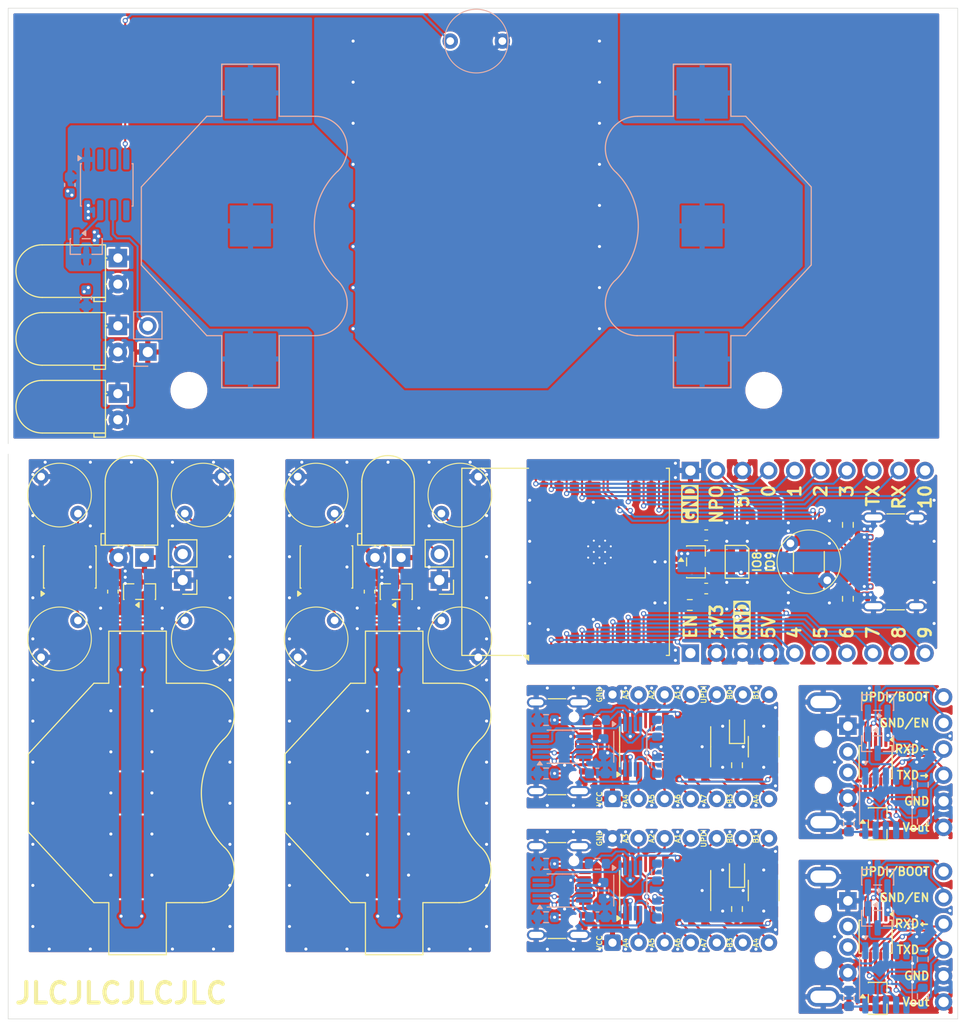
<source format=kicad_pcb>
(kicad_pcb (version 20241229) (generator "pcbnew") (generator_version "9.0")
  (layers (0 "F.Cu" signal) (2 "B.Cu" signal) (13 "F.Paste" user) (15 "B.Paste" user) (5 "F.SilkS" user "F.Silkscreen") (7 "B.SilkS" user "B.Silkscreen") (1 "F.Mask" user) (3 "B.Mask" user) (25 "Edge.Cuts" user))
  (net 0 "")
  (net 1 "VCC")
  (net 2 "GND")
  (net 3 "UPDI")
  (net 4 "WO")
  (net 5 "BTN1")
  (net 6 "+6V")
  (net 7 "/LED12")
  (net 8 "/LED23")
  (net 9 "/LED")
  (net 13 "BTN2")
  (net 14 "BTN6")
  (net 15 "BTN7")
  (net 16 "IO3")
  (net 17 "IO4")
  (net 18 "IO5")
  (net 19 "D+")
  (net 20 "D-")
  (net 21 "TXD")
  (net 22 "EN")
  (net 23 "Net-(J1-CC1)")
  (net 24 "Net-(J1-CC2)")
  (net 25 "IO0")
  (net 26 "IO1")
  (net 27 "IO2")
  (net 28 "IO6")
  (net 29 "IO7")
  (net 30 "IO8")
  (net 31 "IO9")
  (net 32 "IO10")
  (net 33 "RXD")
  (net 34 "VBUS")
  (net 35 "NP_OUT")
  (net 36 "+3.3V")
  (net 39 "V3")
  (net 40 "GND|EN")
  (net 41 "VOUT")
  (net 42 "UPDI|BOOT")
  (net 43 "RTS#")
  (net 44 "DTR#")
  (net 45 "_TXD")
  (net 46 "_RXD")
  (net 48 "PA1")
  (net 49 "PA3")
  (net 50 "PA5")
  (net 51 "PB3")
  (net 52 "PA4")
  (net 53 "PA7")
  (net 54 "PA6")
  (net 55 "PB2")
  (net 56 "PB0")
  (net 57 "Net-(U2-V3)")
  (net 58 "Net-(D1-K)")
  (net 59 "Net-(R3-Pad1)")
  (net 60 "PB1")
  (net 61 "PA2")
  (net 62 "Net-(J2-CC1)")
  (net 63 "Net-(J2-CC2)")
  (net 64 "Net-(R5-Pad1)")
  (net 65 "Net-(R4-Pad1)")
  (footprint "RF_Module:ESP32-C3-WROOM-02" (layer "F.Cu") (at 157.4 111.5 90)
    (property "Reference" "U1" (hide yes))
    (property "Value" "ESP32-C3-WROOM-02" (hide yes))
  )
  (footprint "LED_SMD:LED_WS2812B-2020_PLCC4_2.0x2.0mm" (layer "F.Cu") (at 171 111.5 -90)
    (property "Reference" "D1" (hide yes))
    (property "Value" "WS2812B-2020" (hide yes))
  )
  (footprint "Battery:BatteryHolder_Multicomp_BC-2001_1x2032" (layer "F.Cu") (at 137.6 134 -90)
    (property "Reference" "BT1" (hide yes))
    (property "Value" "CR2032" (hide yes))
  )
  (footprint "Library:alps-skrp" (layer "F.Cu") (at 173.6 129.5 90)
    (property "Reference" "SW1" (hide yes))
    (property "Value" "SW_Push" (hide yes))
  )
  (footprint "Capacitor_SMD:C_0603_1608Metric" (layer "F.Cu") (at 168 114.1)
    (property "Reference" "C2" (hide yes))
    (property "Value" "1u" (hide yes))
  )
  (footprint "Package_SO:VSSOP-10_3x3mm_P0.5mm" (layer "F.Cu") (at 184.5 148 -90)
    (property "Reference" "U2" (hide yes))
    (property "Value" "TS5A23159DGS" (hide yes))
  )
  (footprint "Library:alps-skrg" (layer "F.Cu") (at 178 111.5 -45)
    (property "Reference" "SW1" (hide yes))
    (property "Value" "SW_BOOT" (hide yes))
  )
  (footprint "Package_TO_SOT_SMD:SOT-23" (layer "F.Cu") (at 112.8 114.4 90)
    (property "Reference" "Q1" (hide yes))
    (property "Value" "BSS138" (hide yes))
  )
  (footprint "Resistor_SMD:R_0603_1608Metric" (layer "F.Cu") (at 171 145.3 -90)
    (property "Reference" "R6" (hide yes))
    (property "Value" "10k" (hide yes))
  )
  (footprint "Package_TO_SOT_SMD:SOT-23-3" (layer "F.Cu") (at 167 111.5)
    (property "Reference" "U2" (hide yes))
    (property "Value" "AP7333" (hide yes))
  )
  (footprint "LED_SMD:LED_0603_1608Metric" (layer "F.Cu") (at 171 141.7 90)
    (property "Reference" "D1" (hide yes))
    (property "Value" "LED_Small" (hide yes))
  )
  (footprint "Package_SO:SOIC-14_3.9x8.7mm_P1.27mm" (layer "F.Cu") (at 164 143.5 90)
    (property "Reference" "U1" (hide yes))
    (property "Value" "ATtiny1604-SS" (hide yes))
  )
  (footprint "Connector_USB:USB_C_Receptacle_GCT_USB4105-xx-A_16P_TopMnt_Horizontal" (layer "F.Cu") (at 187.4 111.5 90)
    (property "Reference" "J1" (hide yes))
    (property "Value" "USB_C_Receptacle_USB2.0_16P" (hide yes))
  )
  (footprint "Connector_PinSocket_2.54mm:PinSocket_1x06_P2.54mm_Vertical" (layer "F.Cu") (at 191.125 124.65)
    (property "Reference" "J3" (hide yes))
    (property "Value" "OUT" (hide yes))
  )
  (footprint "Library:alps-skrg" (layer "F.Cu") (at 119 105 45)
    (property "Reference" "SW1" (hide yes))
    (property "Value" "BTN1" (hide yes))
  )
  (footprint "Library:alps-skrg" (layer "F.Cu") (at 119 119 -45)
    (property "Reference" "SW4" (hide yes))
    (property "Value" "BTN7" (hide yes))
  )
  (footprint "Capacitor_SMD:C_0603_1608Metric" (layer "F.Cu") (at 135.2 114.4 -90)
    (property "Reference" "C1" (hide yes))
    (property "Value" "4u7" (hide yes))
  )
  (footprint "Library:alps-skrg" (layer "F.Cu") (at 130 119 -135)
    (property "Reference" "SW3" (hide yes))
    (property "Value" "BTN6" (hide yes))
  )
  (footprint "Package_SO:SOIC-8_3.9x4.9mm_P1.27mm" (layer "F.Cu") (at 106 112 90)
    (property "Reference" "U1" (hide yes))
    (property "Value" "ATtiny202-SS" (hide yes))
  )
  (footprint "Resistor_SMD:R_0603_1608Metric" (layer "F.Cu") (at 171 131.3 -90)
    (property "Reference" "R6" (hide yes))
    (property "Value" "10k" (hide yes))
  )
  (footprint "Library:alps-skrp" (layer "F.Cu") (at 178 111.5 -90)
    (property "Reference" "SW2" (hide yes))
    (property "Value" "SW_BOOT" (hide yes))
  )
  (footprint "Connector_PinSocket_2.54mm:PinSocket_1x06_P2.54mm_Vertical" (layer "F.Cu") (at 191.125 141.65)
    (property "Reference" "J3" (hide yes))
    (property "Value" "OUT" (hide yes))
  )
  (footprint "Library:alps-skrp" (layer "F.Cu") (at 173.6 143.5 90)
    (property "Reference" "SW1" (hide yes))
    (property "Value" "SW_Push" (hide yes))
  )
  (footprint "Connector_USB:USB_C_Receptacle_GCT_USB4105-xx-A_16P_TopMnt_Horizontal" (layer "F.Cu") (at 152.51 129.5 -90)
    (property "Reference" "J2" (hide yes))
    (property "Value" "USB_C_Receptacle_USB2.0_16P" (hide yes))
  )
  (footprint "MountingHole:MountingHole_3.2mm_M3" (layer "F.Cu") (at 173.6 94.8 90)
    (property "Reference" "H2" (hide yes))
    (property "Value" "MountingHole" (hide yes))
  )
  (footprint "Package_DIP:DIP-14_W10.16mm" (layer "F.Cu") (at 158.87 134.58 90)
    (property "Reference" "J1" (hide yes))
    (property "Value" "Conn_02x07_Counter_Clockwise" (hide yes))
  )
  (footprint "Connector_USB:USB_C_Receptacle_GCT_USB4105-xx-A_16P_TopMnt_Horizontal" (layer "F.Cu") (at 152.51 143.5 -90)
    (property "Reference" "J2" (hide yes))
    (property "Value" "USB_C_Receptacle_USB2.0_16P" (hide yes))
  )
  (footprint "Library:USB_A_PLUG_USB-4AM103AS" (layer "F.Cu") (at 176.5 131 180)
    (property "Reference" "J1" (hide yes))
    (property "Value" "USB_A" (hide yes))
  )
  (footprint "LED_THT:LED_D5.0mm_Horizontal_O1.27mm_Z3.0mm_Clear" (layer "F.Cu") (at 110.685 81.925 -90)
    (property "Reference" "D1" (hide yes))
    (property "Value" "IR_LED" (hide yes))
  )
  (footprint "Library:alps-skrg" (layer "F.Cu") (at 144 105 45)
    (property "Reference" "SW1" (hide yes))
    (property "Value" "BTN1" (hide yes))
  )
  (footprint "Capacitor_SMD:C_0603_1608Metric" (layer "F.Cu") (at 181.9 154 -90)
    (property "Reference" "C1" (hide yes))
    (property "Value" "0u1" (hide yes))
  )
  (footprint "LED_THT:LED_D5.0mm_Horizontal_O1.27mm_Z3.0mm_Clear" (layer "F.Cu") (at 110.685 88.525 -90)
    (property "Reference" "D2" (hide yes))
    (property "Value" "IR_LED" (hide yes))
  )
  (footprint "Package_DIP:DIP-14_W10.16mm" (layer "F.Cu") (at 158.87 148.58 90)
    (property "Reference" "J1" (hide yes))
    (property "Value" "Conn_02x07_Counter_Clockwise" (hide yes))
  )
  (footprint "Resistor_SMD:R_0603_1608Metric" (layer "F.Cu") (at 166.4 115.7 180)
    (property "Reference" "R1" (hide yes))
    (property "Value" "10k" (hide yes))
  )
  (footprint "Library:USB_A_PLUG_USB-4AM103AS" (layer "F.Cu") (at 176.5 148 180)
    (property "Reference" "J1" (hide yes))
    (property "Value" "USB_A" (hide yes))
  )
  (footprint "Package_TO_SOT_SMD:SOT-23-3" (layer "F.Cu") (at 184.7 137)
    (property "Reference" "U3" (hide yes))
    (property "Value" "AP7333" (hide yes))
  )
  (footprint "Package_SO:VSSOP-10_3x3mm_P0.5mm" (layer "F.Cu") (at 184.5 131 -90)
    (property "Reference" "U2" (hide yes))
    (property "Value" "TS5A23159DGS" (hide yes))
  )
  (footprint "Capacitor_SMD:C_0603_1608Metric" (layer "F.Cu") (at 110.2 114.4 -90)
    (property "Reference" "C1" (hide yes))
    (property "Value" "4u7" (hide yes))
  )
  (footprint "Package_SO:SOIC-8_3.9x4.9mm_P1.27mm" (layer "F.Cu") (at 131 112 90)
    (property "Reference" "U1" (hide yes))
    (property "Value" "ATtiny202-SS" (hide yes))
  )
  (footprint "Library:alps-skrg" (layer "F.Cu") (at 144 119 -45)
    (property "Reference" "SW4" (hide yes))
    (property "Value" "BTN7" (hide yes))
  )
  (footprint "MountingHole:MountingHole_3.2mm_M3" (layer "F.Cu") (at 117.6 94.8 90)
    (property "Reference" "H1" (hide yes))
    (property "Value" "MountingHole" (hide yes))
  )
  (footprint "Library:alps-skrg" (layer "F.Cu") (at 105 119 -135)
    (property "Reference" "SW3" (hide yes))
    (property "Value" "BTN6" (hide yes))
  )
  (footprint "Package_TO_SOT_SMD:SOT-23" (layer "F.Cu") (at 137.8 114.4 90)
    (property "Reference" "Q1" (hide yes))
    (property "Value" "BSS138" (hide yes))
  )
  (footprint "Capacitor_SMD:C_0603_1608Metric" (layer "F.Cu") (at 168 108.9)
    (property "Reference" "C1" (hide yes))
    (property "Value" "1u" (hide yes))
  )
  (footprint "Resistor_SMD:R_0603_1608Metric" (layer "F.Cu") (at 181.8 107.9 90)
    (property "Reference" "R3" (hide yes))
    (property "Value" "4k7" (hide yes))
  )
  (footprint "Resistor_SMD:R_0603_1608Metric" (layer "F.Cu") (at 181.8 115.1 -90)
    (property "Reference" "R2" (hide yes))
    (property "Value" "4k7" (hide yes))
  )
  (footprint "Package_TO_SOT_SMD:SOT-23-3" (layer "F.Cu") (at 184.7 154)
    (property "Reference" "U3" (hide yes))
    (property "Value" "AP7333" (hide yes))
  )
  (footprint "Library:alps-skrg" (layer "F.Cu") (at 130 105 135)
    (property "Reference" "SW2" (hide yes))
    (property "Value" "BTN2" (hide yes))
  )
  (footprint "LED_SMD:LED_0603_1608Metric" (layer "F.Cu") (at 171 127.7 90)
    (property "Reference" "D1" (hide yes))
    (property "Value" "LED_Small" (hide yes))
  )
  (footprint "LED_THT:LED_D5.0mm_Horizontal_O1.27mm_Z3.0mm_Clear" (layer "F.Cu") (at 110.685 95.125 -90)
    (property "Reference" "D3" (hide yes))
    (property "Value" "IR_LED" (hide yes))
  )
  (footprint "LED_THT:LED_D5.0mm_Horizontal_O1.27mm_Z3.0mm_Clear" (layer "F.Cu") (at 138.275 111.085 180)
    (property "Reference" "D1" (hide yes))
    (property "Value" "IR_LED" (hide yes))
  )
  (footprint "Package_SO:SOIC-14_3.9x8.7mm_P1.27mm" (layer "F.Cu") (at 164 129.5 90)
    (property "Reference" "U1" (hide yes))
    (property "Value" "ATtiny1604-SS" (hide yes))
  )
  (footprint "Library:alps-skrg" (layer "F.Cu") (at 105 105 135)
    (property "Reference" "SW2" (hide yes))
    (property "Value" "BTN2" (hide yes))
  )
  (footprint "LED_THT:LED_D5.0mm_Horizontal_O1.27mm_Z3.0mm_Clear" (layer "F.Cu") (at 113.275 111.085 180)
    (property "Reference" "D1" (hide yes))
    (property "Value" "IR_LED" (hide yes))
  )
  (footprint "Capacitor_SMD:C_0603_1608Metric" (layer "F.Cu") (at 181.9 137 -90)
    (property "Reference" "C1" (hide yes))
    (property "Value" "0u1" (hide yes))
  )
  (footprint "Connector_PinHeader_2.54mm:PinHeader_1x02_P2.54mm_Vertical" (layer "F.Cu") (at 142 113.275 180)
    (property "Reference" "J1" (hide yes))
    (property "Value" "UPDI" (hide yes))
  )
  (footprint "Battery:BatteryHolder_Multicomp_BC-2001_1x2032" (layer "F.Cu") (at 112.6 134 -90)
    (property "Reference" "BT1" (hide yes))
    (property "Value" "CR2032" (hide yes))
  )
  (footprint "Connector_PinHeader_2.54mm:PinHeader_1x02_P2.54mm_Vertical" (layer "F.Cu") (at 117 113.275 180)
    (property "Reference" "J1" (hide yes))
    (property "Value" "UPDI" (hide yes))
  )
  (footprint "Package_SO:SOIC-8_3.9x4.9mm_P1.27mm" (layer "B.Cu") (at 109.6 74.8 -90)
    (property "Reference" "U1" (hide yes))
    (property "Value" "ATtiny202-SS" (hide yes))
  )
  (footprint "Battery:BatteryHolder_Multicomp_BC-2001_1x2032" (layer "B.Cu") (at 123.6 78.8 90)
    (property "Reference" "BT2" (hide yes))
    (property "Value" "CR2032")
  )
  (footprint "Package_SO:SSOP-10-1EP_3.9x4.9mm_P1mm_EP2.1x3.3mm" (layer "B.Cu") (at 185.5 152 -90)
    (property "Reference" "U1" (hide yes))
    (property "Value" "CH340K" (hide yes))
  )
  (footprint "Package_SO:MSOP-10_3x3mm_P0.5mm" (layer "B.Cu") (at 154 129.5)
    (property "Reference" "U2" (hide yes))
    (property "Value" "CH340E" (hide yes))
  )
  (footprint "Capacitor_SMD:C_0603_1608Metric" (layer "B.Cu") (at 157.4 146.1)
    (property "Reference" "C2" (hide yes))
    (property "Value" "0u1" (hide yes))
  )
  (footprint "Capacitor_SMD:C_0603_1608Metric" (layer "B.Cu") (at 157.4 132.1)
    (property "Reference" "C2" (hide yes))
    (property "Value" "0u1" (hide yes))
  )
  (footprint "Library:alps-skrg" (layer "B.Cu") (at 145.6 60.8)
    (property "Reference" "SW1" (hide yes))
    (property "Value" "BTN1" (hide yes))
  )
  (footprint "Connector_PinHeader_2.54mm:PinHeader_1x10_P2.54mm_Vertical" (layer "B.Cu") (at 166.46 120.39 -90)
    (property "Reference" "J2" (hide yes))
    (property "Value" "OUT1" (hide yes))
  )
  (footprint "Resistor_SMD:R_0603_1608Metric" (layer "B.Cu") (at 163.2 131.3 90)
    (property "Reference" "R4" (hide yes))
    (property "Value" "4k7" (hide yes))
  )
  (footprint "Library:PCB.MCBEERINGI.DEV_small" (layer "B.Cu") (at 117.6 136 -90)
    (property "Reference" "")
    (property "Value" "")
  )
  (footprint "Resistor_SMD:R_0603_1608Metric" (layer "B.Cu") (at 152.4 146.1 180)
    (property "Reference" "R2" (hide yes))
    (property "Value" "4k7" (hide yes))
  )
  (footprint "Package_SO:SSOP-10-1EP_3.9x4.9mm_P1mm_EP2.1x3.3mm" (layer "B.Cu") (at 185.5 135 -90)
    (property "Reference" "U1" (hide yes))
    (property "Value" "CH340K" (hide yes))
  )
  (footprint "Capacitor_SMD:C_0603_1608Metric" (layer "B.Cu") (at 187.9 130)
    (property "Reference" "C3" (hide yes))
    (property "Value" "0u1_short" (hide yes))
  )
  (footprint "Package_TO_SOT_SMD:SOT-23" (layer "B.Cu") (at 184.7 142.2 90)
    (property "Reference" "Q2" (hide yes))
    (property "Value" "BSS138" (hide yes))
  )
  (footprint "Resistor_SMD:R_0603_1608Metric" (layer "B.Cu") (at 157.4 140.9 180)
    (property "Reference" "R5" (hide yes))
    (property "Value" "4k7" (hide yes))
  )
  (footprint "Package_TO_SOT_SMD:SOT-23" (layer "B.Cu") (at 184.7 146.2 -90)
    (property "Reference" "Q1" (hide yes))
    (property "Value" "BSS138" (hide yes))
  )
  (footprint "Package_TO_SOT_SMD:SOT-23" (layer "B.Cu") (at 107.6 80.8 -90)
    (property "Reference" "Q1" (hide yes))
    (property "Value" "BSS138" (hide yes))
  )
  (footprint "Library:mcbeeringi_icon_10mm" (layer "B.Cu") (at 117.6 128 -90)
    (property "Reference" "")
    (property "Value" "LOGO" (hide yes))
  )
  (footprint "Capacitor_SMD:C_0603_1608Metric" (layer "B.Cu") (at 106 74.8 -90)
    (property "Reference" "C1" (hide yes))
    (property "Value" "4u7" (hide yes))
  )
  (footprint "Library:mcbeeringi_icon_5mm" (layer "B.Cu") (at 166.8 128.1 180)
    (property "Reference" "")
    (property "Value" "mcbeeringi_icon" (hide yes))
  )
  (footprint "Resistor_SMD:R_0603_1608Metric" (layer "B.Cu") (at 189.1 136.8 -90)
    (property "Reference" "JP3" (hide yes))
    (property "Value" "TXD" (hide yes))
  )
  (footprint "Library:mcbeeringi_icon_5mm" (layer "B.Cu") (at 188.3 126.4 -90)
    (property "Reference" "")
    (property "Value" "mcbeeringi_icon" (hide yes))
  )
  (footprint "Library:PCB.MCBEERINGI.DEV_small" (layer "B.Cu") (at 172.2 143.5 180)
    (property "Reference" "")
    (property "Value" "")
  )
  (footprint "Package_SO:MSOP-10_3x3mm_P0.5mm" (layer "B.Cu") (at 154 143.5)
    (property "Reference" "U2" (hide yes))
    (property "Value" "CH340E" (hide yes))
  )
  (footprint "Capacitor_SMD:C_0603_1608Metric" (layer "B.Cu") (at 181.9 137 90)
    (property "Reference" "C2" (hide yes))
    (property "Value" "0u1" (hide yes))
  )
  (footprint "Library:PCB.MCBEERINGI.DEV_small" (layer "B.Cu") (at 142.6 136 -90)
    (property "Reference" "")
    (property "Value" "")
  )
  (footprint "Resistor_SMD:R_0603_1608Metric" (layer "B.Cu") (at 163.2 127.7 -90)
    (property "Reference" "R3" (hide yes))
    (property "Value" "4k7" (hide yes))
  )
  (footprint "Package_TO_SOT_SMD:SOT-23" (layer "B.Cu") (at 184.7 125.2 90)
    (property "Reference" "Q2" (hide yes))
    (property "Value" "BSS138" (hide yes))
  )
  (footprint "Resistor_SMD:R_0603_1608Metric" (layer "B.Cu") (at 189.1 133.2 90)
    (property "Reference" "JP4" (hide yes))
    (property "Value" "RXD" (hide yes))
  )
  (footprint "Library:PCB.MCBEERINGI.DEV_small" (layer "B.Cu") (at 172.2 129.5 180)
    (property "Reference" "")
    (property "Value" "")
  )
  (footprint "Library:mcbeeringi_icon_20mm" (layer "B.Cu") (at 143.6 72.8 -90)
    (property "Reference" "")
    (property "Value" "LOGO" (hide yes))
  )
  (footprint "Resistor_SMD:R_0603_1608Metric" (layer "B.Cu") (at 152.4 132.1 180)
    (property "Reference" "R2" (hide yes))
    (property "Value" "4k7" (hide yes))
  )
  (footprint "Library:PCB.MCBEERINGI.DEV" (layer "B.Cu") (at 143.6 88.8 -90)
    (property "Reference" "")
    (property "Value" "")
  )
  (footprint "Connector_PinHeader_2.54mm:PinHeader_1x02_P2.54mm_Vertical" (layer "B.Cu") (at 113.6 91.075)
    (property "Reference" "J1" (hide yes))
    (property "Value" "UPDI" (hide yes))
  )
  (footprint "Library:mcbeeringi_icon_10mm" (layer "B.Cu") (at 154.6 111.5)
    (property "Reference" "")
    (property "Value" "LOGO" (hide yes))
  )
  (footprint "Package_TO_SOT_SMD:SOT-23" (layer "B.Cu") (at 184.7 129.2 -90)
    (property "Reference" "Q1" (hide yes))
    (property "Value" "BSS138" (hide yes))
  )
  (footprint "Capacitor_SMD:C_0603_1608Metric" (layer "B.Cu") (at 187.9 147)
    (property "Reference" "C3" (hide yes))
    (property "Value" "0u1_short" (hide yes))
  )
  (footprint "Capacitor_SMD:C_0603_1608Metric" (layer "B.Cu") (at 107.6 85.8 90)
    (property "Reference" "C2" (hide yes))
    (property "Value" "4u7" (hide yes))
  )
  (footprint "Library:mcbeeringi_icon_5mm" (layer "B.Cu") (at 166.8 142.1 180)
    (property "Reference" "")
    (property "Value" "mcbeeringi_icon" (hide yes))
  )
  (footprint "Resistor_SMD:R_0603_1608Metric" (layer "B.Cu") (at 189.1 153.8 -90)
    (property "Reference" "JP3" (hide yes))
    (property "Value" "TXD" (hide yes))
  )
  (footprint "Package_SO:VSSOP-10_3x3mm_P0.5mm" (layer "B.Cu") (at 160.6 143.5 -90)
    (property "Reference" "U3" (hide yes))
    (property "Value" "TS5A23159DGS" (hide yes))
  )
  (footprint "Connector_PinHeader_2.54mm:PinHeader_1x10_P2.54mm_Vertical" (layer "B.Cu") (at 166.46 102.61 -90)
    (property "Reference" "J3" (hide yes))
    (property "Value" "OUT2" (hide yes))
  )
  (footprint "Resistor_SMD:R_0603_1608Metric" (layer "B.Cu") (at 152.4 140.9 180)
    (property "Reference" "R1" (hide yes))
    (property "Value" "4k7" (hide yes))
  )
  (footprint "Resistor_SMD:R_0603_1608Metric" (layer "B.Cu") (at 163.2 141.7 -90)
    (property "Reference" "R3" (hide yes))
    (property "Value" "4k7" (hide yes))
  )
  (footprint "Library:mcbeeringi_icon_5mm" (layer "B.Cu") (at 188.3 143.4 -90)
    (property "Reference" "")
    (property "Value" "mcbeeringi_icon" (hide yes))
  )
  (footprint "Resistor_SMD:R_0603_1608Metric" (layer "B.Cu") (at 189.1 150.2 90)
    (property "Reference" "JP4" (hide yes))
    (property "Value" "RXD" (hide yes))
  )
  (footprint "Resistor_SMD:R_0603_1608Metric" (layer "B.Cu") (at 157.4 126.9 180)
    (property "Reference" "R5" (hide yes))
    (property "Value" "4k7" (hide yes))
  )
  (footprint "Library:mcbeeringi_icon_10mm" (layer "B.Cu") (at 142.6 128 -90)
    (property "Reference" "")
    (property "Value" "LOGO" (hide yes))
  )
  (footprint "Battery:BatteryHolder_Multicomp_BC-2001_1x2032" (layer "B.Cu") (at 167.6 78.8 -90)
    (property "Reference" "BT1" (hide yes))
    (property "Value" "CR2032")
  )
  (footprint "Resistor_SMD:R_0603_1608Metric" (layer "B.Cu") (at 152.4 126.9 180)
    (property "Reference" "R1" (hide yes))
    (property "Value" "4k7" (hide yes))
  )
  (footprint "Capacitor_SMD:C_0603_1608Metric" (layer "B.Cu") (at 158 129.5 -90)
    (property "Reference" "C1" (hide yes))
    (property "Value" "4u7" (hide yes))
  )
  (footprint "Capacitor_SMD:C_0603_1608Metric" (layer "B.Cu") (at 158 143.5 -90)
    (property "Reference" "C1" (hide yes))
    (property "Value" "4u7" (hide yes))
  )
  (footprint "Capacitor_SMD:C_0603_1608Metric" (layer "B.Cu") (at 181.9 154 90)
    (property "Reference" "C2" (hide yes))
    (property "Value" "0u1" (hide yes))
  )
  (footprint "Resistor_SMD:R_0603_1608Metric" (layer "B.Cu") (at 163.2 145.3 90)
    (property "Reference" "R4" (hide yes))
    (property "Value" "4k7" (hide yes))
  )
  (footprint "Library:PCB.MCBEERINGI.DEV_small" (layer "B.Cu") (at 162.2 111.5)
    (property "Reference" "")
    (property "Value" "")
  )
  (footprint "Package_SO:VSSOP-10_3x3mm_P0.5mm" (layer "B.Cu") (at 160.6 129.5 -90)
    (property "Reference" "U3" (hide yes))
    (property "Value" "TS5A23159DGS" (hide yes))
  )
  (gr_line (start 100 156) (end 100 101) (stroke (width 0.05)) (layer "Edge.Cuts"))
  (gr_line (start 192.5 57.6) (end 100 57.6) (stroke (width 0.05)) (layer "Edge.Cuts"))
  (gr_line (start 100 57.6) (end 100 100) (stroke (width 0.05)) (layer "Edge.Cuts"))
  (gr_line (start 192.5 156) (end 192.5 57.6) (stroke (width 0.05)) (layer "Edge.Cuts"))
  (gr_line (start 192.5 156) (end 100 156) (stroke (width 0.05)) (layer "Edge.Cuts"))
  (gr_text "A7" (at 167.76 148.58 90) (layer "F.SilkS") (effects (font (size 0.5 0.5) (thickness 0.1) (bold yes))))
  (gr_text "A4" (at 160.14 134.58 90) (layer "F.SilkS") (effects (font (size 0.5 0.5) (thickness 0.1) (bold yes))))
  (gr_text "B0" (at 170.3 124.42 90) (layer "F.SilkS") (effects (font (size 0.5 0.5) (thickness 0.1) (bold yes))))
  (gr_text "UPDI/BOOT" (at 189.835 141.65 0) (layer "F.SilkS") (effects (font (size 0.8 0.8) (thickness 0.16) (bold yes)) (justify right)))
  (gr_text "EN" (at 166.46 119.12 90) (layer "F.SilkS") (effects (font (size 1.2 1.2) (thickness 0.24) (bold yes)) (justify left)))
  (gr_text "A4" (at 172.84 134.58 90) (layer "F.SilkS") (effects (font (size 0.5 0.5) (thickness 0.1) (bold yes))))
  (gr_text "A5" (at 162.68 148.58 90) (layer "F.SilkS") (effects (font (size 0.5 0.5) (thickness 0.1) (bold yes))))
  (gr_text "RXD←" (at 189.835 146.73 0) (layer "F.SilkS") (effects (font (size 0.8 0.8) (thickness 0.16) (bold yes)) (justify right)))
  (gr_text "10" (at 189.32 103.88 90) (layer "F.SilkS") (effects (font (size 1.2 1.2) (thickness 0.24) (bold yes)) (justify right)))
  (gr_text "A3" (at 160.14 124.42 90) (layer "F.SilkS") (effects (font (size 0.5 0.5) (thickness 0.1) (bold yes))))
  (gr_text "GND" (at 171.54 119.12 90) (layer "F.SilkS" knockout) (effects (font (size 1.2 1.2) (thickness 0.24) (bold yes)) (justify left)))
  (gr_text "Vout" (at 189.835 154.35 0) (layer "F.SilkS") (effects (font (size 0.8 0.8) (thickness 0.16) (bold yes)) (justify right)))
  (gr_text "5V" (at 171.54 103.88 90) (layer "F.SilkS") (effects (font (size 1.2 1.2) (thickness 0.24) (bold yes)) (justify right)))
  (gr_text "GND" (at 189.835 151.81 0) (layer "F.SilkS") (effects (font (size 0.8 0.8) (thickness 0.16) (bold yes)) (justify right)))
  (gr_text "B3" (at 170.3 134.58 90) (layer "F.SilkS") (effects (font (size 0.5 0.5) (thickness 0.1) (bold yes))))
  (gr_text "Vout" (at 189.835 137.35 0) (layer "F.SilkS") (effects (font (size 0.8 0.8) (thickness 0.16) (bold yes)) (justify right)))
  (gr_text "A7" (at 167.76 134.58 90) (layer "F.SilkS") (effects (font (size 0.5 0.5) (thickness 0.1) (bold yes))))
  (gr_text "1" (at 176.62 103.88 90) (layer "F.SilkS") (effects (font (size 1.2 1.2) (thickness 0.24) (bold yes)) (justify right)))
  (gr_text "A4" (at 172.84 148.58 90) (layer "F.SilkS") (effects (font (size 0.5 0.5) (thickness 0.1) (bold yes))))
  (gr_text "4" (at 176.62 119.12 90) (layer "F.SilkS") (effects (font (size 1.2 1.2) (thickness 0.24) (bold yes)) (justify left)))
  (gr_text "B3" (at 170.3 148.58 90) (layer "F.SilkS") (effects (font (size 0.5 0.5) (thickness 0.1) (bold yes))))
  (gr_text "GND" (at 157.6 138.42 90) (layer "F.SilkS") (effects (font (size 0.5 0.5) (thickness 0.1) (bold yes))))
  (gr_text "NPO" (at 169 103.88 90) (layer "F.SilkS") (effects (font (size 1.2 1.2) (thickness 0.24) (bold yes)) (justify right)))
  (gr_text "UPDI/BOOT" (at 189.835 124.65 0) (layer "F.SilkS") (effects (font (size 0.8 0.8) (thickness 0.16) (bold yes)) (justify right)))
  (gr_text "JLCJLCJLCJLC" (at 111 153.5 0) (layer "F.SilkS") (effects (font (size 2 2) (thickness 0.4) (bold yes))))
  (gr_text "GND" (at 157.6 124.42 90) (layer "F.SilkS") (effects (font (size 0.5 0.5) (thickness 0.1) (bold yes))))
  (gr_text "6" (at 181.7 119.12 90) (layer "F.SilkS") (effects (font (size 1.2 1.2) (thickness 0.24) (bold yes)) (justify left)))
  (gr_text "A1" (at 165.22 124.42 90) (layer "F.SilkS") (effects (font (size 0.5 0.5) (thickness 0.1) (bold yes))))
  (gr_text "VCC" (at 157.6 134.58 90) (layer "F.SilkS") (effects (font (size 0.5 0.5) (thickness 0.1) (bold yes))))
  (gr_text "RXD←" (at 189.835 129.73 0) (layer "F.SilkS") (effects (font (size 0.8 0.8) (thickness 0.16) (bold yes)) (justify right)))
  (gr_text "GND" (at 189.835 134.81 0) (layer "F.SilkS") (effects (font (size 0.8 0.8) (thickness 0.16) (bold yes)) (justify right)))
  (gr_text "B1" (at 172.84 138.42 90) (layer "F.SilkS") (effects (font (size 0.5 0.5) (thickness 0.1) (bold yes))))
  (gr_text "A6" (at 165.22 148.58 90) (layer "F.SilkS") (effects (font (size 0.5 0.5) (thickness 0.1) (bold yes))))
  (gr_text "5" (at 179.16 119.12 90) (layer "F.SilkS") (effects (font (size 1.2 1.2) (thickness 0.24) (bold yes)) (justify left)))
  (gr_text "9" (at 189.32 119.12 90) (layer "F.SilkS") (effects (font (size 1.2 1.2) (thickness 0.24) (bold yes)) (justify left)))
  (gr_text "IO8\nIO9" (at 173.6 111.5 90) (layer "F.SilkS") (effects (font (size 0.8 0.8) (thickness 0.16) (bold yes))))
  (gr_text "0" (at 174.08 103.88 90) (layer "F.SilkS") (effects (font (size 1.2 1.2) (thickness 0.24) (bold yes)) (justify right)))
  (gr_text "GND" (at 166.46 103.88 90) (layer "F.SilkS" knockout) (effects (font (size 1.2 1.2) (thickness 0.24) (bold yes)) (justify right)))
  (gr_text "A6" (at 165.22 134.58 90) (layer "F.SilkS") (effects (font (size 0.5 0.5) (thickness 0.1) (bold yes))))
  (gr_text "B0" (at 170.3 138.42 90) (layer "F.SilkS") (effects (font (size 0.5 0.5) (thickness 0.1) (bold yes))))
  (gr_text "A2" (at 162.68 138.42 90) (layer "F.SilkS") (effects (font (size 0.5 0.5) (thickness 0.1) (bold yes))))
  (gr_text "A1" (at 165.22 138.42 90) (layer "F.SilkS") (effects (font (size 0.5 0.5) (thickness 0.1) (bold yes))))
  (gr_text "UPDI" (at 167.76 138.42 90) (layer "F.SilkS") (effects (font (size 0.5 0.5) (thickness 0.1) (bold yes))))
  (gr_text "TX" (at 184.24 103.88 90) (layer "F.SilkS") (effects (font (size 1.2 1.2) (thickness 0.24) (bold yes)) (justify right)))
  (gr_text "5V" (at 174.08 119.12 90) (layer "F.SilkS") (effects (font (size 1.2 1.2) (thickness 0.24) (bold yes)) (justify left)))
  (gr_text "7" (at 184.24 119.12 90) (layer "F.SilkS") (effects (font (size 1.2 1.2) (thickness 0.24) (bold yes)) (justify left)))
  (gr_text "3" (at 181.7 103.88 90) (layer "F.SilkS") (effects (font (size 1.2 1.2) (thickness 0.24) (bold yes)) (justify right)))
  (gr_text "A2" (at 162.68 124.42 90) (layer "F.SilkS") (effects (font (size 0.5 0.5) (thickness 0.1) (bold yes))))
  (gr_text "A3" (at 160.14 138.42 90) (layer "F.SilkS") (effects (font (size 0.5 0.5) (thickness 0.1) (bold yes))))
  (gr_text "GND/EN" (at 189.835 144.19 0) (layer "F.SilkS") (effects (font (size 0.8 0.8) (thickness 0.16) (bold yes)) (justify right)))
  (gr_text "B1" (at 172.84 124.42 90) (layer "F.SilkS") (effects (font (size 0.5 0.5) (thickness 0.1) (bold yes))))
  (gr_text "A5" (at 162.68 134.58 90) (layer "F.SilkS") (effects (font (size 0.5 0.5) (thickness 0.1) (bold yes))))
  (gr_text "UPDI" (at 167.76 124.42 90) (layer "F.SilkS") (effects (font (size 0.5 0.5) (thickness 0.1) (bold yes))))
  (gr_text "2" (at 179.16 103.88 90) (layer "F.SilkS") (effects (font (size 1.2 1.2) (thickness 0.24) (bold yes)) (justify right)))
  (gr_text "TXD→" (at 189.835 132.27 0) (layer "F.SilkS") (effects (font (size 0.8 0.8) (thickness 0.16) (bold yes)) (justify right)))
  (gr_text "RX" (at 186.78 103.88 90) (layer "F.SilkS") (effects (font (size 1.2 1.2) (thickness 0.24) (bold yes)) (justify right)))
  (gr_text "VCC" (at 157.6 148.58 90) (layer "F.SilkS") (effects (font (size 0.5 0.5) (thickness 0.1) (bold yes))))
  (gr_text "GND/EN" (at 189.835 127.19 0) (layer "F.SilkS") (effects (font (size 0.8 0.8) (thickness 0.16) (bold yes)) (justify right)))
  (gr_text "TXD→" (at 189.835 149.27 0) (layer "F.SilkS") (effects (font (size 0.8 0.8) (thickness 0.16) (bold yes)) (justify right)))
  (gr_text "A4" (at 160.14 148.58 90) (layer "F.SilkS") (effects (font (size 0.5 0.5) (thickness 0.1) (bold yes))))
  (gr_text "8" (at 186.78 119.12 90) (layer "F.SilkS") (effects (font (size 1.2 1.2) (thickness 0.24) (bold yes)) (justify left)))
  (gr_text "3V3" (at 169 119.12 90) (layer "F.SilkS") (effects (font (size 1.2 1.2) (thickness 0.24) (bold yes)) (justify left)))
  (segment (start 104.095 114.475) (end 104.095 113.905) (width 0.25) (layer "F.Cu") (net 1))
  (segment (start 104.095 113.905) (end 105 113) (width 0.25) (layer "F.Cu") (net 1))
  (segment (start 129.095 114.475) (end 129.095 113.905) (width 0.25) (layer "F.Cu") (net 1))
  (segment (start 184.5 150.2) (end 184.5 151.2) (width 0.25) (layer "F.Cu") (net 1))
  (segment (start 130 113) (end 134 113) (width 0.25) (layer "F.Cu") (net 1))
  (segment (start 105 113) (end 109 113) (width 0.25) (layer "F.Cu") (net 1))
  (segment (start 129.095 113.905) (end 130 113) (width 0.25) (layer "F.Cu") (net 1))
  (segment (start 184.5 133.2) (end 184.5 134.2) (width 0.25) (layer "F.Cu") (net 1))
  (via (at 138 146) (size 0.5) (drill 0.3) (layers "F.Cu" "B.Cu") (net 1))
  (via (at 111.4 113.6) (size 0.5) (drill 0.3) (layers "F.Cu" "B.Cu") (net 1))
  (via (at 136 146) (size 0.5) (drill 0.3) (layers "F.Cu" "B.Cu") (net 1))
  (via (at 113 146) (size 0.5) (drill 0.3) (layers "F.Cu" "B.Cu") (net 1))
  (via (at 111 146) (size 0.5) (drill 0.3) (layers "F.Cu" "B.Cu") (net 1))
  (via (at 157.6 142.9) (size 0.5) (drill 0.3) (layers "F.Cu" "B.Cu") (net 1))
  (via (at 160.6 144.5) (size 0.5) (drill 0.3) (layers "F.Cu" "B.Cu") (net 1))
  (via (at 111.4 113) (size 0.5) (drill 0.3) (layers "F.Cu" "B.Cu") (net 1))
  (via (at 111 122) (size 0.5) (drill 0.3) (layers "F.Cu" "B.Cu") (net 1))
  (via (at 138 122) (size 0.5) (drill 0.3) (layers "F.Cu" "B.Cu") (net 1))
  (via (at 185.7 136.2) (size 0.5) (drill 0.3) (layers "F.Cu" "B.Cu") (net 1))
  (via (at 136.4 113.6) (size 0.5) (drill 0.3) (layers "F.Cu" "B.Cu") (net 1))
  (via (at 136.4 113) (size 0.5) (drill 0.3) (layers "F.Cu" "B.Cu") (net 1))
  (via (at 185.7 153.2) (size 0.5) (drill 0.3) (layers "F.Cu" "B.Cu") (net 1))
  (via (at 157.6 128.9) (size 0.5) (drill 0.3) (layers "F.Cu" "B.Cu") (net 1))
  (via (at 136 122) (size 0.5) (drill 0.3) (layers "F.Cu" "B.Cu") (net 1))
  (via (at 160.6 130.5) (size 0.5) (drill 0.3) (layers "F.Cu" "B.Cu") (net 1))
  (via (at 111.4 112.4) (size 0.5) (drill 0.3) (layers "F.Cu" "B.Cu") (net 1))
  (via (at 136.4 112.4) (size 0.5) (drill 0.3) (layers "F.Cu" "B.Cu") (net 1))
  (via (at 113 122) (size 0.5) (drill 0.3) (layers "F.Cu" "B.Cu") (net 1))
  (segment (start 160.6 131.7) (end 160.6 130.5) (width 0.25) (layer "B.Cu") (net 1))
  (segment (start 157.5 143) (end 156.1125 143) (width 0.25) (layer "B.Cu") (net 1))
  (segment (start 185.7 153.2) (end 186.5 154) (width 0.25) (layer "B.Cu") (net 1))
  (segment (start 157.5 129) (end 156.1125 129) (width 0.25) (layer "B.Cu") (net 1))
  (segment (start 185.7 136.2) (end 186.5 137) (width 0.25) (layer "B.Cu") (net 1))
  (segment (start 157.6 142.9) (end 157.5 143) (width 0.25) (layer "B.Cu") (net 1))
  (segment (start 157.6 128.9) (end 157.5 129) (width 0.25) (layer "B.Cu") (net 1))
  (segment (start 160.6 145.7) (end 160.6 144.5) (width 0.25) (layer "B.Cu") (net 1))
  (segment (start 186.5 154) (end 186.5 154.6375) (width 0.25) (layer "B.Cu") (net 1))
  (segment (start 186.5 137) (end 186.5 137.6375) (width 0.25) (layer "B.Cu") (net 1))
  (segment (start 155.615 139.725) (end 156.19 140.3) (width 0.25) (layer "F.Cu") (net 2))
  (segment (start 155.615 133.82) (end 155.615 133.275) (width 0.25) (layer "F.Cu") (net 2))
  (segment (start 155.615 139.18) (end 155.615 139.725) (width 0.25) (layer "F.Cu") (net 2))
  (segment (start 155.615 147.82) (end 155.615 147.275) (width 0.25) (layer "F.Cu") (net 2))
  (segment (start 155.615 147.275) (end 156.19 146.7) (width 0.25) (layer "F.Cu") (net 2))
  (segment (start 155.615 125.18) (end 155.615 125.725) (width 0.25) (layer "F.Cu") (net 2))
  (segment (start 184.5 128.8) (end 184.5 129.8) (width 0.25) (layer "F.Cu") (net 2))
  (segment (start 155.615 133.275) (end 156.19 132.7) (width 0.25) (layer "F.Cu") (net 2))
  (segment (start 184.5 145.8) (end 184.5 146.8) (width 0.25) (layer "F.Cu") (net 2))
  (segment (start 155.615 125.725) (end 156.19 126.3) (width 0.25) (layer "F.Cu") (net 2))
  (via (at 165 120.1) (size 0.5) (drill 0.3) (layers "F.Cu" "B.Cu") (net 2))
  (via (at 150.8 117.5) (size 0.5) (drill 0.3) (layers "F.Cu" "B.Cu") (net 2))
  (via (at 183.9 140.8) (size 0.5) (drill 0.3) (layers "F.Cu" "B.Cu") (net 2))
  (via (at 167.76 149.215) (size 0.5) (drill 0.3) (layers "F.Cu" "B.Cu") (net 2))
  (via (at 102.4 131) (size 0.5) (drill 0.3) (layers "F.Cu" "B.Cu") (net 2))
  (via (at 162.68 123.785) (size 0.5) (drill 0.3) (layers "F.Cu" "B.Cu") (net 2))
  (via (at 170 107.7) (size 0.5) (drill 0.3) (layers "F.Cu" "B.Cu") (net 2))
  (via (at 146.6 107) (size 0.5) (drill 0.3) (layers "F.Cu" "B.Cu") (net 2))
  (via (at 133.6 60.8) (size 0.5) (drill 0.3) (layers "F.Cu" "B.Cu") (net 2))
  (via (at 116 112) (size 0.5) (drill 0.3) (layers "F.Cu" "B.Cu") (net 2))
  (via (at 169.6 131.5) (size 0.5) (drill 0.3) (layers "F.Cu" "B.Cu") (net 2))
  (via (at 121.6 107) (size 0.5) (drill 0.3) (layers "F.Cu" "B.Cu") (net 2))
  (via (at 188.1 152.4) (size 0.5) (drill 0.3) (layers "F.Cu" "B.Cu") (net 2))
  (via (at 160.14 135.215) (size 0.5) (drill 0.3) (layers "F.Cu" "B.Cu") (net 2))
  (via (at 127.4 115) (size 0.5) (drill 0.3) (layers "F.Cu" "B.Cu") (net 2))
  (via (at 188.1 133.6) (size 0.5) (drill 0.3) (layers "F.Cu" "B.Cu") (net 2))
  (via (at 108 101.8) (size 0.5) (drill 0.3) (layers "F.Cu" "B.Cu") (net 2))
  (via (at 127.4 111) (size 0.5) (drill 0.3) (layers "F.Cu" "B.Cu") (net 2))
  (via (at 188.5 129) (size 0.5) (drill 0.3) (layers "F.Cu" "B.Cu") (net 2))
  (via (at 115 118) (size 0.5) (drill 0.3) (layers "F.Cu" "B.Cu") (net 2))
  (via (at 154.8 142.5) (size 0.5) (drill 0.3) (layers "F.Cu" "B.Cu") (net 2))
  (via (at 155.06 149.215) (size 0.5) (drill 0.3) (layers "F.Cu" "B.Cu") (net 2))
  (via (at 163 111.5) (size 0.5) (drill 0.3) (layers "F.Cu" "B.Cu") (net 2))
  (via (at 165.22 149.215) (size 0.5) (drill 0.3) (layers "F.Cu" "B.Cu") (net 2))
  (via (at 180 115.5) (size 0.5) (drill 0.3) (layers "F.Cu" "B.Cu") (net 2))
  (via (at 112 101.8) (size 0.5) (drill 0.3) (layers "F.Cu" "B.Cu") (net 2))
  (via (at 102.4 103) (size 0.5) (drill 0.3) (layers "F.Cu" "B.Cu") (net 2))
  (via (at 188.1 150.6) (size 0.5) (drill 0.3) (layers "F.Cu" "B.Cu") (net 2))
  (via (at 110 126) (size 0.5) (drill 0.3) (layers "F.Cu" "B.Cu") (net 2))
  (via (at 135 134) (size 0.5) (drill 0.3) (layers "F.Cu" "B.Cu") (net 2))
  (via (at 102.4 107) (size 0.5) (drill 0.3) (layers "F.Cu" "B.Cu") (net 2))
  (via (at 108 112) (size 0.5) (drill 0.3) (layers "F.Cu" "B.Cu") (net 2))
  (via (at 114 126) (size 0.5) (drill 0.3) (layers "F.Cu" "B.Cu") (net 2))
  (via (at 190.2 105.5) (size 0.5) (drill 0.3) (layers "F.Cu" "B.Cu") (net 2))
  (via (at 139 130) (size 0.5) (drill 0.3) (layers "F.Cu" "B.Cu") (net 2))
  (via (at 154.2 145.3) (size 0.5) (drill 0.3) (layers "F.Cu" "B.Cu") (net 2))
  (via (at 116 101.8) (size 0.5) (drill 0.3) (layers "F.Cu" "B.Cu") (net 2))
  (via (at 146.6 119) (size 0.5) (drill 0.3) (layers "F.Cu" "B.Cu") (net 2))
  (via (at 135 126) (size 0.5) (drill 0.3) (layers "F.Cu" "B.Cu") (net 2))
  (via (at 120 149.2) (size 0.5) (drill 0.3) (layers "F.Cu" "B.Cu") (net 2))
  (via (at 169.6 127.5) (size 0.5) (drill 0.3) (layers "F.Cu" "B.Cu") (net 2))
  (via (at 183.4 114.7) (size 0.5) (drill 0.3) (layers "F.Cu" "B.Cu") (net 2))
  (via (at 184 114.7) (size 0.5) (drill 0.3) (layers "F.Cu" "B.Cu") (net 2))
  (via (at 133.6 80.8) (size 0.5) (drill 0.3) (layers "F.Cu" "B.Cu") (net 2))
  (via (at 127.4 107) (size 0.5) (drill 0.3) (layers "F.Cu" "B.Cu") (net 2))
  (via (at 127.4 147) (size 0.5) (drill 0.3) (layers "F.Cu" "B.Cu") (net 2))
  (via (at 121.6 111) (size 0.5) (drill 0.3) (layers "F.Cu" "B.Cu") (net 2))
  (via (at 141 101.8) (size 0.5) (drill 0.3) (layers "F.Cu" "B.Cu") (net 2))
  (via (at 137 101.8) (size 0.5) (drill 0.3) (layers "F.Cu" "B.Cu") (net 2))
  (via (at 102.4 115) (size 0.5) (drill 0.3) (layers "F.Cu" "B.Cu") (net 2))
  (via (at 110 138) (size 0.5) (drill 0.3) (layers "F.Cu" "B.Cu") (net 2))
  (via (at 158.4 144.1) (size 0.5) (drill 0.3) (layers "F.Cu" "B.Cu") (net 2))
  (via (at 170.3 137.785) (size 0.5) (drill 0.3) (layers "F.Cu" "B.Cu") (net 2))
  (via (at 102.4 135) (size 0.5) (drill 0.3) (layers "F.Cu" "B.Cu") (net 2))
  (via (at 157.6 64.8) (size 0.5) (drill 0.3) (layers "F.Cu" "B.Cu") (net 2))
  (via (at 169.6 145.5) (size 0.5) (drill 0.3) (layers "F.Cu" "B.Cu") (net 2))
  (via (at 174.745 133.31) (size 0.5) (drill 0.3) (layers "F.Cu" "B.Cu") (net 2))
  (via (at 170 109.5) (size 0.5) (drill 0.3) (layers "F.Cu" "B.Cu") (net 2))
  (via (at 185.9 141.6) (size 0.5) (drill 0.3) (layers "F.Cu" "B.Cu") (net 2))
  (via (at 157.6 149.215) (size 0.5) (drill 0.3) (layers "F.Cu" "B.Cu") (net 2))
  (via (at 110 130) (size 0.5) (drill 0.3) (layers "F.Cu" "B.Cu") (net 2))
  (via (at 128.6 101.8) (size 0.5) (drill 0.3) (layers "F.Cu" "B.Cu") (net 2))
  (via (at 140 116) (size 0.5) (drill 0.3) (layers "F.Cu" "B.Cu") (net 2))
  (via (at 133.6 76.8) (size 0.5) (drill 0.3) (layers "F.Cu" "B.Cu") (net 2))
  (via (at 183.3 148) (size 0.5) (drill 0.3) (layers "F.Cu" "B.Cu") (net 2))
  (via (at 172 113.5) (size 0.5) (drill 0.3) (layers "F.Cu" "B.Cu") (net 2))
  (via (at 180 107.5) (size 0.5) (drill 0.3) (layers "F.Cu" "B.Cu") (net 2))
  (via (at 155.06 123.785) (size 0.5) (drill 0.3) (layers "F.Cu" "B.Cu") (net 2))
  (via (at 170.3 149.215) (size 0.5) (drill 0.3) (layers "F.Cu" "B.Cu") (net 2))
  (via (at 133 149.2) (size 0.5) (drill 0.3) (layers "F.Cu" "B.Cu") (net 2))
  (via (at 134 116) (size 0.5) (drill 0.3) (layers "F.Cu" "B.Cu") (net 2))
  (via (at 164 115.5) (size 0.5) (drill 0.3) (layers "F.Cu" "B.Cu") (net 2))
  (via (at 102.4 111) (size 0.5) (drill 0.3) (layers "F.Cu" "B.Cu") (net 2))
  (via (at 167.6 129.5) (size 0.5) (drill 0.3) (layers "F.Cu" "B.Cu") (net 2))
  (via (at 107.8 78) (size 0.5) (drill 0.3) (layers "F.Cu" "B.Cu") (net 2))
  (via (at 180 109.7) (size 0.5) (drill 0.3) (layers "F.Cu" "B.Cu") (net 2))
  (via (at 110 142) (size 0.5) (drill 0.3) (layers "F.Cu" "B.Cu") (net 2))
  (via (at 167.76 135.215) (size 0.5) (drill 0.3) (layers "F.Cu" "B.Cu") (net 2))
  (via (at 141 149.2) (size 0.5) (drill 0.3) (layers "F.Cu" "B.Cu") (net 2))
  (via (at 157 105.7) (size 0.5) (drill 0.3) (layers "F.Cu" "B.Cu") (net 2))
  (via (at 135 130) (size 0.5) (drill 0.3) (layers "F.Cu" "B.Cu") (net 2))
  (via (at 146.6 131) (size 0.5) (drill 0.3) (layers "F.Cu" "B.Cu") (net 2))
  (via (at 140 118) (size 0.5) (drill 0.3) (layers "F.Cu" "B.Cu") (net 2))
  (via (at 146.6 127) (size 0.5) (drill 0.3) (layers "F.Cu" "B.Cu") (net 2))
  (via (at 160.6 142.5) (size 0.5) (drill 0.3) (layers "F.Cu" "B.Cu") (net 2))
  (via (at 191.74 128.46) (size 0.5) (drill 0.3) (layers "F.Cu" "B.Cu") (net 2))
  (via (at 127.4 135) (size 0.5) (drill 0.3) (layers "F.Cu" "B.Cu") (net 2))
  (via (at 152.52 137.785) (size 0.5) (drill 0.3) (layers "F.Cu" "B.Cu") (net 2))
  (via (at 133.6 72.8) (size 0.5) (drill 0.3) (layers "F.Cu" "B.Cu") (net 2))
  (via (at 160.14 123.785) (size 0.5) (drill 0.3) (layers "F.Cu" "B.Cu") (net 2))
  (via (at 107.8 76.8) (size 0.5) (drill 0.3) (layers "F.Cu" "B.Cu") (net 2))
  (via (at 133.6 64.8) (size 0.5) (drill 0.3) (layers "F.Cu" "B.Cu") (net 2))
  (via (at 183.4 108.3) (size 0.5) (drill 0.3) (layers "F.Cu" "B.Cu") (net 2))
  (via (at 141 108) (size 0.5) (drill 0.3) (layers "F.Cu" "B.Cu") (net 2))
  (via (at 189.3 124.6) (size 0.5) (drill 0.3) (layers "F.Cu" "B.Cu") (net 2))
  (via (at 109 116) (size 0.5) (drill 0.3) (layers "F.Cu" "B.Cu") (net 2))
  (via (at 176 115.5) (size 0.5) (drill 0.3) (layers "F.Cu" "B.Cu") (net 2))
  (via (at 127.4 131) (size 0.5) (drill 0.3) (layers "F.Cu" "B.Cu") (net 2))
  (via (at 188.5 146) (size 0.5) (drill 0.3) (layers "F.Cu" "B.Cu") (net 2))
  (via (at 107.8 84.8) (size 0.5) (drill 0.3) (layers "F.Cu" "B.Cu") (net 2))
  (via (at 146.6 147) (size 0.5) (drill 0.3) (layers "F.Cu" "B.Cu") (net 2))
  (via (at 160.14 149.215) (size 0.5) (drill 0.3) (layers "F.Cu" "B.Cu") (net 2))
  (via (at 127.4 119) (size 0.5) (drill 0.3) (layers "F.Cu" "B.Cu") (net 2))
  (via (at 139 138) (size 0.5) (drill 0.3) (layers "F.Cu" "B.Cu") (net 2))
  (via (at 165.22 123.785) (size 0.5) (drill 0.3) (layers "F.Cu" "B.Cu") (net 2))
  (via (at 146.6 111) (size 0.5) (drill 0.3) (layers "F.Cu" "B.Cu") (net 2))
  (via (at 121.6 103) (size 0.5) (drill 0.3) (layers "F.Cu" "B.Cu") (net 2))
  (via (at 104 149.2) (size 0.5) (drill 0.3) (layers "F.Cu" "B.Cu") (net 2))
  (via (at 171.6 143.5) (size 0.5) (drill 0.3) (layers "F.Cu" "B.Cu") (net 2))
  (via (at 155.06 135.215) (size 0.5) (drill 0.3) (layers "F.Cu" "B.Cu") (net 2))
  (via (at 106.2 75.8) (size 0.5) (drill 0.3) (layers "F.Cu" "B.Cu") (net 2))
  (via (at 139 126) (size 0.5) (drill 0.3) (layers "F.Cu" "B.Cu") (net 2))
  (via (at 116 108) (size 0.5) (drill 0.3) (layers "F.Cu" "B.Cu") (net 2))
  (via (at 115 116) (size 0.5) (drill 0.3) (layers "F.Cu" "B.Cu") (net 2))
  (via (at 116 149.2) (size 0.5) (drill 0.3) (layers "F.Cu" "B.Cu") (net 2))
  (via (at 146.6 139) (size 0.5) (drill 0.3) (layers "F.Cu" "B.Cu") (net 2))
  (via (at 121.6 147) (size 0.5) (drill 0.3) (layers "F.Cu" "B.Cu") (net 2))
  (via (at 121.6 115) (size 0.5) (drill 0.3) (layers "F.Cu" "B.Cu") (net 2))
  (via (at 157.6 76.8) (size 0.5) (drill 0.3) (layers "F.Cu" "B.Cu") (net 2))
  (via (at 150.8 109.5) (size 0.5) (drill 0.3) (layers "F.Cu" "B.Cu") (net 2))
  (via (at 158.4 130.1) (size 0.5) (drill 0.3) (layers "F.Cu" "B.Cu") (net 2))
  (via (at 172.84 149.215) (size 0.5) (drill 0.3) (layers "F.Cu" "B.Cu") (net 2))
  (via (at 164 111.5) (size 0.5) (drill 0.3) (layers "F.Cu" "B.Cu") (net 2))
  (via (at 157.6 80.8) (size 0.5) (drill 0.3) (layers "F.Cu" "B.Cu") (net 2))
  (via (at 157.6 135.215) (size 0.5) (drill 0.3) (layers "F.Cu" "B.Cu") (net 2))
  (via (at 110 134) (size 0.5) (drill 0.3) (layers "F.Cu" "B.Cu") (net 2))
  (via (at 183.9 123.8) (size 0.5) (drill 0.3) (layers "F.Cu" "B.Cu") (net 2))
  (via (at 133 112) (size 0.5) (drill 0.3) (layers "F.Cu" "B.Cu") (net 2))
  (via (at 127.4 139) (size 0.5) (drill 0.3) (layers "F.Cu" "B.Cu") (net 2))
  (via (at 162.68 137.785) (size 0.5) (drill 0.3) (layers "F.Cu" "B.Cu") (net 2))
  (via (at 145 101.8) (size 0.5) (drill 0.3) (layers "F.Cu" "B.Cu") (net 2))
  (via (at 157.6 88.8) (size 0.5) (drill 0.3) (layers "F.Cu" "B.Cu") (net 2))
  (via (at 102.4 127) (size 0.5) (drill 0.3) (layers "F.Cu" "B.Cu") (net 2))
  (via (at 121.6 123) (size 0.5) (drill 0.3) (layers "F.Cu" "B.Cu") (net 2))
  (via (at 102.4 119) (size 0.5) (drill 0.3) (layers "F.Cu" "B.Cu") (net 2))
  (via (at 190.2 117.5) (size 0.5) (drill 0.3) (layers "F.Cu" "B.Cu") (net 2))
  (via (at 127.4 127) (size 0.5) (drill 0.3) (layers "F.Cu" "B.Cu") (net 2))
  (via (at 102.4 139) (size 0.5) (drill 0.3) (layers "F.Cu" "B.Cu") (net 2))
  (via (at 107.4 85.2) (size 0.5) (drill 0.3) (layers "F.Cu" "B.Cu") (net 2))
  (via (at 152.6 118.1) (size 0.5) (drill 0.3) (layers "F.Cu" "B.Cu") (net 2))
  (via (at 154.8 128.5) (size 0.5) (drill 0.3) (layers "F.Cu" "B.Cu") (net 2))
  (via (at 172 107.7) (size 0.5) (drill 0.3) (layers "F.Cu" "B.Cu") (net 2))
  (via (at 171.6 129.5) (size 0.5) (drill 0.3) (layers "F.Cu" "B.Cu") (net 2))
  (via (at 165.22 137.785) (size 0.5) (drill 0.3) (layers "F.Cu" "B.Cu") (net 2))
  (via (at 121.6 143) (size 0.5) (drill 0.3) (layers "F.Cu" "B.Cu") (net 2))
  (via (at 188.5 148) (size 0.5) (drill 0.3) (layers "F.Cu" "B.Cu") (net 2))
  (via (at 157.6 68.8) (size 0.5) (drill 0.3) (layers "F.Cu" "B.Cu") (net 2))
  (via (at 121.6 127) (size 0.5) (drill 0.3) (layers "F.Cu" "B.Cu") (net 2))
  (via (at 146.6 115) (size 0.5) (drill 0.3) (layers "F.Cu" "B.Cu") (net 2))
  (via (at 121.6 119) (size 0.5) (drill 0.3) (layers "F.Cu" "B.Cu") (net 2))
  (via (at 108.8 79.8) (size 0.5) (drill 0.3) (layers "F.Cu" "B.Cu") (net 2))
  (via (at 170 113.5) (size 0.5) (drill 0.3) (layers "F.Cu" "B.Cu") (net 2))
  (via (at 150.8 105.5) (size 0.5) (drill 0.3) (layers "F.Cu" "B.Cu") (net 2))
  (via (at 180.5 131) (size 0.5) (drill 0.3) (layers "F.Cu" "B.Cu") (net 2))
  (via (at 180.5 148) (size 0.5) (drill 0.3) (layers "F.Cu" "B.Cu") (net 2))
  (via (at 139 142) (size 0.5) (drill 0.3) (layers "F.Cu" "B.Cu") (net 2))
  (via (at 188.5 131) (size 0.5) (drill 0.3) (layers "F.Cu" "B.Cu") (net 2))
  (via (at 172 116.1) (size 0.5) (drill 0.3) (layers "F.Cu" "B.Cu") (net 2))
  (via (at 167.6 143.5) (size 0.5) (drill 0.3) (layers "F.Cu" "B.Cu") (net 2))
  (via (at 139 134) (size 0.5) (drill 0.3) (layers "F.Cu" "B.Cu") (net 2))
  (via (at 176 107.7) (size 0.5) (drill 0.3) (layers "F.Cu" "B.Cu") (net 2))
  (via (at 190.2 113.5) (size 0.5) (drill 0.3) (layers "F.Cu" "B.Cu") (net 2))
  (via (at 170.3 135.215) (size 0.5) (drill 0.3) (layers "F.Cu" "B.Cu") (net 2))
  (via (at 134 118) (size 0.5) (drill 0.3) (layers "F.Cu" "B.Cu") (net 2))
  (via (at 141 112) (size 0.5) (drill 0.3) (layers "F.Cu" "B.Cu") (net 2))
  (via (at 108 108) (size 0.5) (drill 0.3) (layers "F.Cu" "B.Cu") (net 2))
  (via (at 172 109.5) (size 0.5) (drill 0.3) (layers "F.Cu" "B.Cu") (net 2))
  (via (at 163 115.5) (size 0.5) (drill 0.3) (layers "F.Cu" "B.Cu") (net 2))
  (via (at 165 101.9) (size 0.5) (drill 0.3) (layers "F.Cu" "B.Cu") (net 2))
  (via (at 157.6 137.785) (size 0.5) (drill 0.3) (layers "F.Cu" "B.Cu") (net 2))
  (via (at 133.6 68.8) (size 0.5) (drill 0.3) (layers "F.Cu" "B.Cu") (net 2))
  (via (at 176 108.5) (size 0.5) (drill 0.3) (layers "F.Cu" "B.Cu") (net 2))
  (via (at 127.4 103) (size 0.5) (drill 0.3) (layers "F.Cu" "B.Cu") (net 2))
  (via (at 114 138) (size 0.5) (drill 0.3) (layers "F.Cu" "B.Cu") (net 2))
  (via (at 114 134) (size 0.5) (drill 0.3) (layers "F.Cu" "B.Cu") (net 2))
  (via (at 190.2 109.5) (size 0.5) (drill 0.3) (layers "F.Cu" "B.Cu") (net 2))
  (via (at 133 101.8) (size 0.5) (drill 0.3) (layers "F.Cu" "B.Cu") (net 2))
  (via (at 184 108.3) (size 0.5) (drill 0.3) (layers "F.Cu" "B.Cu") (net 2))
  (via (at 121.6 139) (size 0.5) (drill 0.3) (layers "F.Cu" "B.Cu") (net 2))
  (via (at 189.3 141.6) (size 0.5) (drill 0.3) (layers "F.Cu" "B.Cu") (net 2))
  (via (at 157 117.1) (size 0.5) (drill 0.3) (layers "F.Cu" "B.Cu") (net 2))
  (via (at 146.6 135) (size 0.5) (drill 0.3) (layers "F.Cu" "B.Cu") (net 2))
  (via (at 170 116.1) (size 0.5) (drill 0.3) (layers "F.Cu" "B.Cu") (net 2))
  (via (at 152.52 123.785) (size 0.5) (drill 0.3) (layers "F.Cu" "B.Cu") (net 2))
  (via (at 185.9 124.6) (size 0.5) (drill 0.3) (layers "F.Cu" "B.Cu") (net 2))
  (via (at 157.6 123.785) (size 0.5) (drill 0.3) (layers "F.Cu" "B.Cu") (net 2))
  (via (at 152.52 135.215) (size 0.5) (drill 0.3) (layers "F.Cu" "B.Cu") (net 2))
  (via (at 172.84 123.785) (size 0.5) (drill 0.3) (layers "F.Cu" "B.Cu") (net 2))
  (via (at 173.6 131.5) (size 0.5) (drill 0.3) (layers "F.Cu" "B.Cu") (net 2))
  (via (at 169.6 141.5) (size 0.5) (drill 0.3) (layers "F.Cu" "B.Cu") (net 2))
  (via (at 163.6 143.5) (size 0.5) (drill 0.3) (layers "F.Cu" "B.Cu") (net 2))
  (via (at 160.6 128.5) (size 0.5) (drill 0.3) (layers "F.Cu" "B.Cu") (net 2))
  (via (at 121.6 135) (size 0.5) (drill 0.3) (layers "F.Cu" "B.Cu") (net 2))
  (via (at 135 142) (size 0.5) (drill 0.3) (layers "F.Cu" "B.Cu") (net 2))
  (via (at 172.84 135.215) (size 0.5) (drill 0.3) (layers "F.Cu" "B.Cu") (net 2))
  (via (at 121.6 131) (size 0.5) (drill 0.3) (layers "F.Cu" "B.Cu") (net 2))
  (via (at 162.68 149.215) (size 0.5) (drill 0.3) (layers "F.Cu" "B.Cu") (net 2))
  (via (at 105.8 75.4) (size 0.5) (drill 0.3) (layers "F.Cu" "B.Cu") (net 2))
  (via (at 102.4 147) (size 0.5) (drill 0.3) (layers "F.Cu" "B.Cu") (net 2))
  (via (at 157.6 60.8) (size 0.5) (drill 0.3) (layers "F.Cu" "B.Cu") (net 2))
  (via (at 174.745 147.31) (size 0.5) (drill 0.3) (layers "F.Cu" "B.Cu") (net 2))
  (via (at 191.74 145.46) (size 0.5) (drill 0.3) (layers "F.Cu" "B.Cu") (net 2))
  (via (at 102.4 123) (size 0.5) (drill 0.3) (layers "F.Cu" "B.Cu") (net 2))
  (via (at 145 149.2) (size 0.5) (drill 0.3) (layers "F.Cu" "B.Cu") (net 2))
  (via (at 133.6 84.8) (size 0.5) (drill 0.3) (layers "F.Cu" "B.Cu") (net 2))
  (via (at 103.6 101.8) (size 0.5) (drill 0.3) (layers "F.Cu" "B.Cu") (net 2))
  (via (at 108.4 80.2) (size 0.5) (drill 0.3) (layers "F.Cu" "B.Cu") (net 2))
  (via (at 173.6 127.5) (size 0.5) (drill 0.3) (layers "F.Cu" "B.Cu") (net 2))
  (via (at 174.745 139.69) (size 0.5) (drill 0.3) (layers "F.Cu" "B.Cu") (net 2))
  (via (at 135 138) (size 0.5) (drill 0.3) (layers "F.Cu" "B.Cu") (net 2))
  (via (at 170.3 123.785) (size 0.5) (drill 0.3) (layers "F.Cu" "B.Cu") (net 2))
  (via (at 108 149.2) (size 0.5) (drill 0.3) (layers "F.Cu" "B.Cu") (net 2))
  (via (at 162.68 135.215) (size 0.5) (drill 0.3) (layers "F.Cu" "B.Cu") (net 2))
  (via (at 133.6 88.8) (size 0.5) (drill 0.3) (layers "F.Cu" "B.Cu") (net 2))
  (via (at 174.745 125.69) (size 0.5) (drill 0.3) (layers "F.Cu" "B.Cu") (net 2))
  (via (at 146.6 143) (size 0.5) (drill 0.3) (layers "F.Cu" "B.Cu") (net 2))
  (via (at 107.8 77.4) (size 0.5) (drill 0.3) (layers "F.Cu" "B.Cu") (net 2))
  (via (at 102.4 143) (size 0.5) (drill 0.3) (layers "F.Cu" "B.Cu") (net 2))
  (via (at 165 103.3) (size 0.5) (drill 0.3) (layers "F.Cu" "B.Cu") (net 2))
  (via (at 155.06 137.785) (size 0.5) (drill 0.3) (layers "F.Cu" "B.Cu") (net 2))
  (via (at 120 101.8) (size 0.5) (drill 0.3) (layers "F.Cu" "B.Cu") (net 2))
  (via (at 109 118) (size 0.5) (drill 0.3) (layers "F.Cu" "B.Cu") (net 2))
  (via (at 173.6 145.5) (size 0.5) (drill 0.3) (layers "F.Cu" "B.Cu") (net 2))
  (via (at 163.6 129.5) (size 0.5) (drill 0.3) (layers "F.Cu" "B.Cu") (net 2))
  (via (at 157.6 84.8) (size 0.5) (drill 0.3) (layers "F.Cu" "B.Cu") (net 2))
  (via (at 129 149.2) (size 0.5) (drill 0.3) (layers "F.Cu" "B.Cu") (net 2))
  (via (at 108.4 79.4) (size 0.5) (drill 0.3) (layers "F.Cu" "B.Cu") (net 2))
  (via (at 157.6 72.8) (size 0.5) (drill 0.3) (layers "F.Cu" "B.Cu") (net 2))
  (via (at 133 108) (size 0.5) (drill 0.3) (layers "F.Cu" "B.Cu") (net 2))
  (via (at 152.52 149.215) (size 0.5) (drill 0.3) (layers "F.Cu" "B.Cu") (net 2))
  (via (at 146.6 123) (size 0.5) (drill 0.3) (layers "F.Cu" "B.Cu") (net 2))
  (via (at 167.76 123.785) (size 0.5) (drill 0.3) (layers "F.Cu" "B.Cu") (net 2))
  (via (at 150.8 113.5) (size 0.5) (drill 0.3) (layers "F.Cu" "B.Cu") (net 2))
  (via (at 146.6 103) (size 0.5) (drill 0.3) (layers "F.Cu" "B.Cu") (net 2))
  (via (at 127.4 143) (size 0.5) (drill 0.3) (layers "F.Cu" "B.Cu") (net 2))
  (via (at 188.1 135.4) (size 0.5) (drill 0.3) (layers "F.Cu" "B.Cu") (net 2))
  (via (at 172.84 137.785) (size 0.5) (drill 0.3) (layers "F.Cu" "B.Cu") (net 2))
  (via (at 165.22 135.215) (size 0.5) (drill 0.3) (layers "F.Cu" "B.Cu") (net 2))
  (via (at 160.14 137.785) (size 0.5) (drill 0.3) (layers "F.Cu" "B.Cu") (net 2))
  (via (at 127.4 123) (size 0.5) (drill 0.3) (layers "F.Cu" "B.Cu") (net 2))
  (via (at 154.2 131.3) (size 0.5) (drill 0.3) (layers "F.Cu" "B.Cu") (net 2))
  (via (at 114 130) (size 0.5) (drill 0.3) (layers "F.Cu" "B.Cu") (net 2))
  (via (at 114 142) (size 0.5) (drill 0.3) (layers "F.Cu" "B.Cu") (net 2))
  (via (at 167.76 137.785) (size 0.5) (drill 0.3) (layers "F.Cu" "B.Cu") (net 2))
  (via (at 173.6 141.5) (size 0.5) (drill 0.3) (layers "F.Cu" "B.Cu") (net 2))
  (via (at 183.3 131) (size 0.5) (drill 0.3) (layers "F.Cu" "B.Cu") (net 2))
  (via (at 176 114.5) (size 0.5) (drill 0.3) (layers "F.Cu" "B.Cu") (net 2))
  (via (at 165 121.1) (size 0.5) (drill 0.3) (layers "F.Cu" "B.Cu") (net 2))
  (segment (start 185.5 149.3625) (end 185.5 150.4) (width 0.25) (layer "B.Cu") (net 2))
  (segment (start 160.6 141.3) (end 160.6 142.5) (width 0.25) (layer "B.Cu") (net 2))
  (segment (start 160.6 127.3) (end 160.6 128.5) (width 0.25) (layer "B.Cu") (net 2))
  (segment (start 185.5 132.3625) (end 185.5 133.4) (width 0.25) (layer "B.Cu") (net 2))
  (segment (start 131.635 109.871968) (end 131.635 109.525) (width 0.2) (layer "F.Cu") (net 3))
  (segment (start 108.399 110.801) (end 107.564032 110.801) (width 0.2) (layer "F.Cu") (net 3))
  (segment (start 169.03 124.47) (end 169.03 124.42) (width 0.2) (layer "F.Cu") (net 3))
  (segment (start 168.2 125.3) (end 169.03 124.47) (width 0.2) (layer "F.Cu") (net 3))
  (segment (start 165.27 140.63) (end 166.2 139.7) (width 0.2) (layer "F.Cu") (net 3))
  (segment (start 167.2 125.3) (end 168.2 125.3) (width 0.2) (layer "F.Cu") (net 3))
  (segment (start 108.6 110.6) (end 108.399 110.801) (width 0.2) (layer "F.Cu") (net 3))
  (segment (start 140.6 109.4) (end 134.2 109.4) (width 0.2) (layer "F.Cu") (net 3))
  (segment (start 165.27 126.63) (end 166.2 125.7) (width 0.2) (layer "F.Cu") (net 3))
  (segment (start 142 110.735) (end 141.935 110.735) (width 0.2) (layer "F.Cu") (net 3))
  (segment (start 166.2 139.7) (end 166.8 139.7) (width 0.2) (layer "F.Cu") (net 3))
  (segment (start 166.2 125.7) (end 166.8 125.7) (width 0.2) (layer "F.Cu") (net 3))
  (segment (start 117 110.735) (end 116.935 110.735) (width 0.2) (layer "F.Cu") (net 3))
  (segment (start 134.2 109.4) (end 133.6 110) (width 0.2) (layer "F.Cu") (net 3))
  (segment (start 106.635 109.871968) (end 106.635 109.525) (width 0.2) (layer "F.Cu") (net 3))
  (segment (start 133.6 110.6) (end 133.399 110.801) (width 0.2) (layer "F.Cu") (net 3))
  (segment (start 169.03 138.47) (end 169.03 138.42) (width 0.2) (layer "F.Cu") (net 3))
  (segment (start 168.2 139.3) (end 169.03 138.47) (width 0.2) (layer "F.Cu") (net 3))
  (segment (start 141.935 110.735) (end 140.6 109.4) (width 0.2) (layer "F.Cu") (net 3))
  (segment (start 166.8 125.7) (end 167.2 125.3) (width 0.2) (layer "F.Cu") (net 3))
  (segment (start 108.6 110) (end 108.6 110.6) (width 0.2) (layer "F.Cu") (net 3))
  (segment (start 116.935 110.735) (end 115.6 109.4) (width 0.2) (layer "F.Cu") (net 3))
  (segment (start 165.27 127.025) (end 165.27 126.63) (width 0.2) (layer "F.Cu") (net 3))
  (segment (start 115.6 109.4) (end 109.2 109.4) (width 0.2) (layer "F.Cu") (net 3))
  (segment (start 107.564032 110.801) (end 106.635 109.871968) (width 0.2) (layer "F.Cu") (net 3))
  (segment (start 166.8 139.7) (end 167.2 139.3) (width 0.2) (layer "F.Cu") (net 3))
  (segment (start 133.6 110) (end 133.6 110.6) (width 0.2) (layer "F.Cu") (net 3))
  (segment (start 109.2 109.4) (end 108.6 110) (width 0.2) (layer "F.Cu") (net 3))
  (segment (start 132.564032 110.801) (end 131.635 109.871968) (width 0.2) (layer "F.Cu") (net 3))
  (segment (start 167.2 139.3) (end 168.2 139.3) (width 0.2) (layer "F.Cu") (net 3))
  (segment (start 133.399 110.801) (end 132.564032 110.801) (width 0.2) (layer "F.Cu") (net 3))
  (segment (start 165.27 141.025) (end 165.27 140.63) (width 0.2) (layer "F.Cu") (net 3))
  (via (at 165.2 126.3) (size 0.5) (drill 0.3) (layers "F.Cu" "B.Cu") (net 3))
  (via (at 165.2 140.3) (size 0.5) (drill 0.3) (layers "F.Cu" "B.Cu") (net 3))
  (segment (start 160.8 140.1) (end 161.1 140.4) (width 0.2) (layer "B.Cu") (net 3))
  (segment (start 161.1 140.5) (end 161.1 141.3) (width 0.2) (layer "B.Cu") (net 3))
  (segment (start 160.4 140.1) (end 160.8 140.1) (width 0.2) (layer "B.Cu") (net 3))
  (segment (start 156.575 126.9) (end 157 126.9) (width 0.2) (layer "B.Cu") (net 3))
  (segment (start 110.6 80) (end 111.8 80) (width 0.2) (layer "B.Cu") (net 3))
  (segment (start 158.8 126.1) (end 159.2 125.7) (width 0.2) (layer "B.Cu") (net 3))
  (segment (start 110.2 79.6) (end 110.6 80) (width 0.2) (layer "B.Cu") (net 3))
  (segment (start 161.4 126.1) (end 161.1 126.4) (width 0.2) (layer "B.Cu") (net 3))
  (segment (start 113.535 88.535) (end 113.6 88.535) (width 0.2) (layer "B.Cu") (net 3))
  (segment (start 157 140.9) (end 157.8 140.1) (width 0.2) (layer "B.Cu") (net 3))
  (segment (start 157.8 126.1) (end 158.8 126.1) (width 0.2) (layer "B.Cu") (net 3))
  (segment (start 165 126.1) (end 161.4 126.1) (width 0.2) (layer "B.Cu") (net 3))
  (segment (start 111.8 80) (end 112.6 80.8) (width 0.2) (layer "B.Cu") (net 3))
  (segment (start 165.2 140.3) (end 165 140.1) (width 0.2) (layer "B.Cu") (net 3))
  (segment (start 160.4 126.1) (end 160.8 126.1) (width 0.2) (layer "B.Cu") (net 3))
  (segment (start 161.1 126.4) (end 161.1 126.5) (width 0.2) (layer "B.Cu") (net 3))
  (segment (start 160.8 126.1) (end 161.1 126.4) (width 0.2) (layer "B.Cu") (net 3))
  (segment (start 160 125.7) (end 160.4 126.1) (width 0.2) (layer "B.Cu") (net 3))
  (segment (start 112.6 80.8) (end 112.6 87.6) (width 0.2) (layer "B.Cu") (net 3))
  (segment (start 159.2 125.7) (end 160 125.7) (width 0.2) (layer "B.Cu") (net 3))
  (segment (start 110.235 77.275) (end 110.2 77.31) (width 0.2) (layer "B.Cu") (net 3))
  (segment (start 110.2 77.31) (end 110.2 79.6) (width 0.2) (layer "B.Cu") (net 3))
  (segment (start 157 126.9) (end 157.8 126.1) (width 0.2) (layer "B.Cu") (net 3))
  (segment (start 161.1 140.4) (end 161.1 140.5) (width 0.2) (layer "B.Cu") (net 3))
  (segment (start 165.2 126.3) (end 165 126.1) (width 0.2) (layer "B.Cu") (net 3))
  (segment (start 165 140.1) (end 161.4 140.1) (width 0.2) (layer "B.Cu") (net 3))
  (segment (start 159.2 139.7) (end 160 139.7) (width 0.2) (layer "B.Cu") (net 3))
  (segment (start 158.8 140.1) (end 159.2 139.7) (width 0.2) (layer "B.Cu") (net 3))
  (segment (start 157.8 140.1) (end 158.8 140.1) (width 0.2) (layer "B.Cu") (net 3))
  (segment (start 160 139.7) (end 160.4 140.1) (width 0.2) (layer "B.Cu") (net 3))
  (segment (start 161.1 126.5) (end 161.1 127.3) (width 0.2) (layer "B.Cu") (net 3))
  (segment (start 156.575 140.9) (end 157 140.9) (width 0.2) (layer "B.Cu") (net 3))
  (segment (start 112.6 87.6) (end 113.535 88.535) (width 0.2) (layer "B.Cu") (net 3))
  (segment (start 161.4 140.1) (end 161.1 140.4) (width 0.2) (layer "B.Cu") (net 3))
  (segment (start 137 115.1875) (end 137 110.2) (width 0.2) (layer "F.Cu") (net 4))
  (segment (start 112 110.2) (end 111.6 109.8) (width 0.2) (layer "F.Cu") (net 4))
  (segment (start 109.4 109.8) (end 109 110.2) (width 0.2) (layer "F.Cu") (net 4))
  (segment (start 106.602 111.202) (end 105.365 109.965) (width 0.2) (layer "F.Cu") (net 4))
  (segment (start 137 110.2) (end 136.6 109.8) (width 0.2) (layer "F.Cu") (net 4))
  (segment (start 134.4 109.8) (end 134 110.2) (width 0.2) (layer "F.Cu") (net 4))
  (segment (start 112 115.1875) (end 112 110.2) (width 0.2) (layer "F.Cu") (net 4))
  (segment (start 130.365 109.965) (end 130.365 109.525) (width 0.2) (layer "F.Cu") (net 4))
  (segment (start 111.6 109.8) (end 109.4 109.8) (width 0.2) (layer "F.Cu") (net 4))
  (segment (start 111.85 115.3375) (end 112 115.1875) (width 0.2) (layer "F.Cu") (net 4))
  (segment (start 133.5651 111.202) (end 131.602 111.202) (width 0.2) (layer "F.Cu") (net 4))
  (segment (start 134 110.2) (end 134 110.7671) (width 0.2) (layer "F.Cu") (net 4))
  (segment (start 134 110.7671) (end 133.5651 111.202) (width 0.2) (layer "F.Cu") (net 4))
  (segment (start 136.85 115.3375) (end 137 115.1875) (width 0.2) (layer "F.Cu") (net 4))
  (segment (start 131.602 111.202) (end 130.365 109.965) (width 0.2) (layer "F.Cu") (net 4))
  (segment (start 105.365 109.965) (end 105.365 109.525) (width 0.2) (layer "F.Cu") (net 4))
  (segment (start 109 110.7671) (end 108.5651 111.202) (width 0.2) (layer "F.Cu") (net 4))
  (segment (start 109 110.2) (end 109 110.7671) (width 0.2) (layer "F.Cu") (net 4))
  (segment (start 108.5651 111.202) (end 106.602 111.202) (width 0.2) (layer "F.Cu") (net 4))
  (segment (start 136.6 109.8) (end 134.4 109.8) (width 0.2) (layer "F.Cu") (net 4))
  (segment (start 106.65 79.8625) (end 106.9375 79.8625) (width 0.2) (layer "B.Cu") (net 4))
  (segment (start 108.965 77.835) (end 108.965 77.275) (width 0.2) (layer "B.Cu") (net 4))
  (segment (start 106.9375 79.8625) (end 108.965 77.835) (width 0.2) (layer "B.Cu") (net 4))
  (segment (start 115.8 117) (end 116.8 116) (width 0.2) (layer "F.Cu") (net 5))
  (segment (start 141.8 116) (end 142.6 116) (width 0.2) (layer "F.Cu") (net 5))
  (segment (start 108.8 117) (end 115.8 117) (width 0.2) (layer "F.Cu") (net 5))
  (segment (start 111.4 70.8) (end 111.4 58.8) (width 0.2) (layer "F.Cu") (net 5))
  (segment (start 107.905 114.475) (end 107.905 116.105) (width 0.2) (layer "F.Cu") (net 5))
  (segment (start 118.6 108.192102) (end 117.203949 106.796051) (width 0.2) (layer "F.Cu") (net 5))
  (segment (start 132.905 116.105) (end 133.8 117) (width 0.2) (layer "F.Cu") (net 5))
  (segment (start 118.6 115) (end 118.6 108.192102) (width 0.2) (layer "F.Cu") (net 5))
  (segment (start 132.905 114.475) (end 132.905 116.105) (width 0.2) (layer "F.Cu") (net 5))
  (segment (start 140.8 117) (end 141.8 116) (width 0.2) (layer "F.Cu") (net 5))
  (segment (start 143.6 108.192102) (end 142.203949 106.796051) (width 0.2) (layer "F.Cu") (net 5))
  (segment (start 116.8 116) (end 117.6 116) (width 0.2) (layer "F.Cu") (net 5))
  (segment (start 143.6 115) (end 143.6 108.192102) (width 0.2) (layer "F.Cu") (net 5))
  (segment (start 142.6 116) (end 143.6 115) (width 0.2) (layer "F.Cu") (net 5))
  (segment (start 133.8 117) (end 140.8 117) (width 0.2) (layer "F.Cu") (net 5))
  (segment (start 107.905 116.105) (end 108.8 117) (width 0.2) (layer "F.Cu") (net 5))
  (segment (start 117.6 116) (end 118.6 115) (width 0.2) (layer "F.Cu") (net 5))
  (via (at 111.4 58.8) (size 0.5) (drill 0.3) (layers "F.Cu" "B.Cu") (net 5))
  (via (at 111.4 70.8) (size 0.5) (drill 0.3) (layers "F.Cu" "B.Cu") (net 5))
  (segment (start 143.06 60.8) (end 143 60.8) (width 0.2) (layer "B.Cu") (net 5))
  (segment (start 140.4 58.2) (end 112 58.2) (width 0.2) (layer "B.Cu") (net 5))
  (segment (start 111.4 70.8) (end 111.4 72.22) (width 0.2) (layer "B.Cu") (net 5))
  (segment (start 111.4 72.22) (end 111.505 72.325) (width 0.2) (layer "B.Cu") (net 5))
  (segment (start 112 58.2) (end 111.4 58.8) (width 0.2) (layer "B.Cu") (net 5))
  (segment (start 143 60.8) (end 140.4 58.2) (width 0.2) (layer "B.Cu") (net 5))
  (segment (start 106.796051 107.996051) (end 106.796051 106.796051) (width 0.2) (layer "F.Cu") (net 13))
  (segment (start 107.905 109.105) (end 106.796051 107.996051) (width 0.2) (layer "F.Cu") (net 13))
  (segment (start 132.905 109.525) (end 132.905 109.105) (width 0.2) (layer "F.Cu") (net 13))
  (segment (start 131.796051 107.996051) (end 131.796051 106.796051) (width 0.2) (layer "F.Cu") (net 13))
  (segment (start 107.905 109.525) (end 107.905 109.105) (width 0.2) (layer "F.Cu") (net 13))
  (segment (start 132.905 109.105) (end 131.796051 107.996051) (width 0.2) (layer "F.Cu") (net 13))
  (segment (start 131.796051 116.396051) (end 131.796051 117.203949) (width 0.2) (layer "F.Cu") (net 14))
  (segment (start 130.365 114.965) (end 131.796051 116.396051) (width 0.2) (layer "F.Cu") (net 14))
  (segment (start 106.796051 116.396051) (end 106.796051 117.203949) (width 0.2) (layer "F.Cu") (net 14))
  (segment (start 105.365 114.475) (end 105.365 114.965) (width 0.2) (layer "F.Cu") (net 14))
  (segment (start 105.365 114.965) (end 106.796051 116.396051) (width 0.2) (layer "F.Cu") (net 14))
  (segment (start 130.365 114.475) (end 130.365 114.965) (width 0.2) (layer "F.Cu") (net 14))
  (segment (start 142.007898 117.4) (end 142.203949 117.203949) (width 0.2) (layer "F.Cu") (net 15))
  (segment (start 131.635 114.475) (end 131.635 115.435) (width 0.2) (layer "F.Cu") (net 15))
  (segment (start 117.007898 117.4) (end 117.203949 117.203949) (width 0.2) (layer "F.Cu") (net 15))
  (segment (start 106.635 115.435) (end 108.6 117.4) (width 0.2) (layer "F.Cu") (net 15))
  (segment (start 133.6 117.4) (end 142.007898 117.4) (width 0.2) (layer "F.Cu") (net 15))
  (segment (start 131.635 115.435) (end 133.6 117.4) (width 0.2) (layer "F.Cu") (net 15))
  (segment (start 106.635 114.475) (end 106.635 115.435) (width 0.2) (layer "F.Cu") (net 15))
  (segment (start 108.6 117.4) (end 117.007898 117.4) (width 0.2) (layer "F.Cu") (net 15))
  (segment (start 155.9 105.25) (end 155.9 102.75) (width 0.2) (layer "F.Cu") (net 16))
  (via (at 155.9 105.25) (size 0.5) (drill 0.3) (layers "F.Cu" "B.Cu") (net 16))
  (segment (start 156.05 105.1) (end 177.2 105.1) (width 0.2) (layer "B.Cu") (net 16))
  (segment (start 178.4 103.9) (end 180.4 103.9) (width 0.2) (layer "B.Cu") (net 16))
  (segment (start 177.2 105.1) (end 178.4 103.9) (width 0.2) (layer "B.Cu") (net 16))
  (segment (start 180.4 103.9) (end 181.69 102.61) (width 0.2) (layer "B.Cu") (net 16))
  (segment (start 181.69 102.61) (end 181.7 102.61) (width 0.2) (layer "B.Cu") (net 16))
  (segment (start 155.9 105.25) (end 156.05 105.1) (width 0.2) (layer "B.Cu") (net 16))
  (segment (start 154.4 120.25) (end 154.4 118.5) (width 0.2) (layer "F.Cu") (net 17))
  (via (at 154.4 118.5) (size 0.5) (drill 0.3) (layers "F.Cu" "B.Cu") (net 17))
  (segment (start 154.6 118.7) (end 174.8 118.7) (width 0.2) (layer "B.Cu") (net 17))
  (segment (start 174.8 118.7) (end 176.49 120.39) (width 0.2) (layer "B.Cu") (net 17))
  (segment (start 154.4 118.5) (end 154.6 118.7) (width 0.2) (layer "B.Cu") (net 17))
  (segment (start 176.49 120.39) (end 176.62 120.39) (width 0.2) (layer "B.Cu") (net 17))
  (segment (start 155.9 118.15) (end 155.9 120.25) (width 0.2) (layer "F.Cu") (net 18))
  (via (at 155.9 118.15) (size 0.5) (drill 0.3) (layers "F.Cu" "B.Cu") (net 18))
  (segment (start 155.9 118.15) (end 156.05 118.3) (width 0.2) (layer "B.Cu") (net 18))
  (segment (start 179.09 120.39) (end 179.16 120.39) (width 0.2) (layer "B.Cu") (net 18))
  (segment (start 177 118.3) (end 179.09 120.39) (width 0.2) (layer "B.Cu") (net 18))
  (segment (start 156.05 118.3) (end 177 118.3) (width 0.2) (layer "B.Cu") (net 18))
  (segment (start 157.066 129.982824) (end 156.798824 130.25) (width 0.2) (layer "F.Cu") (net 19))
  (segment (start 156.798824 130.25) (end 156.19 130.25) (width 0.2) (layer "F.Cu") (net 19))
  (segment (start 179 106.7) (end 179.2 106.5) (width 0.2) (layer "F.Cu") (net 19))
  (segment (start 155.2 130.5) (end 155.45 130.25) (width 0.2) (layer "F.Cu") (net 19))
  (segment (start 153.6 130.5) (end 155.2 130.5) (width 0.2) (layer "F.Cu") (net 19))
  (segment (start 155.2 144.5) (end 155.45 144.25) (width 0.2) (layer "F.Cu") (net 19))
  (segment (start 153.2 130.9) (end 153.6 130.5) (width 0.2) (layer "F.Cu") (net 19))
  (segment (start 156.798824 143.25) (end 157.066 143.517176) (width 0.2) (layer "F.Cu") (net 19))
  (segment (start 157.066 129.517176) (end 157.066 129.982824) (width 0.2) (layer "F.Cu") (net 19))
  (segment (start 158 103.35) (end 157.4 102.75) (width 0.2) (layer "F.Cu") (net 19))
  (segment (start 155.45 130.25) (end 156.19 130.25) (width 0.2) (layer "F.Cu") (net 19))
  (segment (start 156.19 143.25) (end 156.798824 143.25) (width 0.2) (layer "F.Cu") (net 19))
  (segment (start 153.2 144.9) (end 153.6 144.5) (width 0.2) (layer "F.Cu") (net 19))
  (segment (start 179 107.3) (end 179 106.7) (width 0.2) (layer "F.Cu") (net 19))
  (segment (start 184.596 111.482824) (end 184.328824 111.75) (width 0.2) (layer "F.Cu") (net 19))
  (segment (start 159.6 106.3) (end 158 104.7) (width 0.2) (layer "F.Cu") (net 19))
  (segment (start 156.19 129.25) (end 156.798824 129.25) (width 0.2) (layer "F.Cu") (net 19))
  (segment (start 183.67 110.7) (end 182.4 110.7) (width 0.2) (layer "F.Cu") (net 19))
  (segment (start 184.328824 111.75) (end 183.72 111.75) (width 0.2) (layer "F.Cu") (net 19))
  (segment (start 156.798824 129.25) (end 157.066 129.517176) (width 0.2) (layer "F.Cu") (net 19))
  (segment (start 157.066 143.517176) (end 157.066 143.982824) (width 0.2) (layer "F.Cu") (net 19))
  (segment (start 153.6 144.5) (end 155.2 144.5) (width 0.2) (layer "F.Cu") (net 19))
  (segment (start 182.4 110.7) (end 179 107.3) (width 0.2) (layer "F.Cu") (net 19))
  (segment (start 157.066 143.982824) (end 156.798824 144.25) (width 0.2) (layer "F.Cu") (net 19))
  (segment (start 183.72 110.75) (end 184.328824 110.75) (width 0.2) (layer "F.Cu") (net 19))
  (segment (start 155.45 144.25) (end 156.19 144.25) (width 0.2) (layer "F.Cu") (net 19))
  (segment (start 156.798824 144.25) (end 156.19 144.25) (width 0.2) (layer "F.Cu") (net 19))
  (segment (start 184.328824 110.75) (end 184.596 111.017176) (width 0.2) (layer "F.Cu") (net 19))
  (segment (start 183.72 110.75) (end 183.67 110.7) (width 0.2) (layer "F.Cu") (net 19))
  (segment (start 184.596 111.017176) (end 184.596 111.482824) (width 0.2) (layer "F.Cu") (net 19))
  (segment (start 158 104.7) (end 158 103.35) (width 0.2) (layer "F.Cu") (net 19))
  (segment (start 159.6 106.5) (end 159.6 106.3) (width 0.2) (layer "F.Cu") (net 19))
  (via (at 153.2 130.9) (size 0.5) (drill 0.3) (layers "F.Cu" "B.Cu") (net 19))
  (via (at 179.2 106.5) (size 0.5) (drill 0.3) (layers "F.Cu" "B.Cu") (net 19))
  (via (at 153.2 144.9) (size 0.5) (drill 0.3) (layers "F.Cu" "B.Cu") (net 19))
  (via (at 159.6 106.5) (size 0.5) (drill 0.3) (layers "F.Cu" "B.Cu") (net 19))
  (segment (start 178.599 107.101) (end 179.2 106.5) (width 0.2) (layer "B.Cu") (net 19))
  (segment (start 164.4 107.1) (end 164.401 107.101) (width 0.2) (layer "B.Cu") (net 19))
  (segment (start 181.8 130) (end 181.8 130.3) (width 0.2) (layer "B.Cu") (net 19))
  (segment (start 159.8 106.5) (end 160.8 107.5) (width 0.2) (layer "B.Cu") (net 19))
  (segment (start 160.8 107.5) (end 164 107.5) (width 0.2) (layer "B.Cu") (net 19))
  (segment (start 152.8 144.5) (end 153.2 144.9) (width 0.2) (layer "B.Cu") (net 19))
  (segment (start 183.5 132) (end 183.5 132.3625) (width 0.2) (layer "B.Cu") (net 19))
  (segment (start 164.401 107.101) (end 178.599 107.101) (width 0.2) (layer "B.Cu") (net 19))
  (segment (start 181.8 147) (end 181.8 147.3) (width 0.2) (layer "B.Cu") (net 19))
  (segment (start 181.8 130.3) (end 183.5 132) (width 0.2) (layer "B.Cu") (net 19))
  (segment (start 151.8875 144.5) (end 152.8 144.5) (width 0.2) (layer "B.Cu") (net 19))
  (segment (start 181.8 147.3) (end 183.5 149) (width 0.2) (layer "B.Cu") (net 19))
  (segment (start 164 107.5) (end 164.4 107.1) (width 0.2) (layer "B.Cu") (net 19))
  (segment (start 183.5 149) (end 183.5 149.3625) (width 0.2) (layer "B.Cu") (net 19))
  (segment (start 159.6 106.5) (end 159.8 106.5) (width 0.2) (layer "B.Cu") (net 19))
  (segment (start 151.8875 130.5) (end 152.8 130.5) (width 0.2) (layer "B.Cu") (net 19))
  (segment (start 152.8 130.5) (end 153.2 130.9) (width 0.2) (layer "B.Cu") (net 19))
  (segment (start 178.6 107.5) (end 178.6 106.7) (width 0.2) (layer "F.Cu") (net 20))
  (segment (start 153.2 144.1) (end 155 144.1) (width 0.2) (layer "F.Cu") (net 20))
  (segment (start 156.19 129.75) (end 155.581176 129.75) (width 0.2) (layer "F.Cu") (net 20))
  (segment (start 183.72 112.25) (end 183.111176 112.25) (width 0.2) (layer "F.Cu") (net 20))
  (segment (start 155.35 129.75) (end 156.19 129.75) (width 0.2) (layer "F.Cu") (net 20))
  (segment (start 155 130.1) (end 155.35 129.75) (width 0.2) (layer "F.Cu") (net 20))
  (segment (start 155.581176 142.75) (end 156.19 142.75) (width 0.2) (layer "F.Cu") (net 20))
  (segment (start 183.111176 112.25) (end 182.844 111.982824) (width 0.2) (layer "F.Cu") (net 20))
  (segment (start 183.111176 111.25) (end 183.72 111.25) (width 0.2) (layer "F.Cu") (net 20))
  (segment (start 158.4 103.25) (end 158.9 102.75) (width 0.2) (layer "F.Cu") (net 20))
  (segment (start 182.844 111.517176) (end 183.111176 111.25) (width 0.2) (layer "F.Cu") (net 20))
  (segment (start 182.8 111.1) (end 182.2 111.1) (width 0.2) (layer "F.Cu") (net 20))
  (segment (start 160.4 106.5) (end 160.6 106.5) (width 0.2) (layer "F.Cu") (net 20))
  (segment (start 155.314 129.017176) (end 155.581176 128.75) (width 0.2) (layer "F.Cu") (net 20))
  (segment (start 155.581176 129.75) (end 155.314 129.482824) (width 0.2) (layer "F.Cu") (net 20))
  (segment (start 155.35 143.75) (end 156.19 143.75) (width 0.2) (layer "F.Cu") (net 20))
  (segment (start 156.19 143.75) (end 155.581176 143.75) (width 0.2) (layer "F.Cu") (net 20))
  (segment (start 153.2 130.1) (end 155 130.1) (width 0.2) (layer "F.Cu") (net 20))
  (segment (start 158.4 104.5) (end 158.4 103.25) (width 0.2) (layer "F.Cu") (net 20))
  (segment (start 178.6 106.7) (end 178.4 106.5) (width 0.2) (layer "F.Cu") (net 20))
  (segment (start 182.844 111.982824) (end 182.844 111.517176) (width 0.2) (layer "F.Cu") (net 20))
  (segment (start 155 144.1) (end 155.35 143.75) (width 0.2) (layer "F.Cu") (net 20))
  (segment (start 160.4 106.5) (end 158.4 104.5) (width 0.2) (layer "F.Cu") (net 20))
  (segment (start 182.95 111.25) (end 182.8 111.1) (width 0.2) (layer "F.Cu") (net 20))
  (segment (start 155.581176 143.75) (end 155.314 143.482824) (width 0.2) (layer "F.Cu") (net 20))
  (segment (start 155.581176 128.75) (end 156.19 128.75) (width 0.2) (layer "F.Cu") (net 20))
  (segment (start 155.314 143.017176) (end 155.581176 142.75) (width 0.2) (layer "F.Cu") (net 20))
  (segment (start 183.72 111.25) (end 182.95 111.25) (width 0.2) (layer "F.Cu") (net 20))
  (segment (start 155.314 143.482824) (end 155.314 143.017176) (width 0.2) (layer "F.Cu") (net 20))
  (segment (start 182.2 111.1) (end 178.6 107.5) (width 0.2) (layer "F.Cu") (net 20))
  (segment (start 155.314 129.482824) (end 155.314 129.017176) (width 0.2) (layer "F.Cu") (net 20))
  (via (at 160.6 106.5) (size 0.5) (drill 0.3) (layers "F.Cu" "B.Cu") (net 20))
  (via (at 153.2 144.1) (size 0.5) (drill 0.3) (layers "F.Cu" "B.Cu") (net 20))
  (via (at 153.2 130.1) (size 0.5) (drill 0.3) (layers "F.Cu" "B.Cu") (net 20))
  (via (at 178.4 106.5) (size 0.5) (drill 0.3) (layers "F.Cu" "B.Cu") (net 20))
  (segment (start 153.2 130.1) (end 153.1 130) (width 0.2) (layer "B.Cu") (net 20))
  (segment (start 153.1 144) (end 151.8875 144) (width 0.2) (layer "B.Cu") (net 20))
  (segment (start 160.6 106.7) (end 161 107.1) (width 0.2) (layer "B.Cu") (net 20))
  (segment (start 178.2 106.7) (end 164.2 106.7) (width 0.2) (layer "B.Cu") (net 20))
  (segment (start 153.2 144.1) (end 153.1 144) (width 0.2) (layer "B.Cu") (net 20))
  (segment (start 184.5 133.199999) (end 184.099999 133.6) (width 0.2) (layer "B.Cu") (net 20))
  (segment (start 183.1 150.6) (end 181.8 149.3) (width 0.2) (layer "B.Cu") (net 20))
  (segment (start 153.1 130) (end 151.8875 130) (width 0.2) (layer "B.Cu") (net 20))
  (segment (start 184.099999 150.6) (end 183.1 150.6) (width 0.2) (layer "B.Cu") (net 20))
  (segment (start 181.8 149.3) (end 181.8 149) (width 0.2) (layer "B.Cu") (net 20))
  (segment (start 183.1 133.6) (end 181.8 132.3) (width 0.2) (layer "B.Cu") (net 20))
  (segment (start 178.4 106.5) (end 178.2 106.7) (width 0.2) (layer "B.Cu") (net 20))
  (segment (start 160.6 106.5) (end 160.6 106.7) (width 0.2) (layer "B.Cu") (net 20))
  (segment (start 184.5 150.199999) (end 184.099999 150.6) (width 0.2) (layer "B.Cu") (net 20))
  (segment (start 164.2 106.7) (end 163.8 107.1) (width 0.2) (layer "B.Cu") (net 20))
  (segment (start 163.8 107.1) (end 161 107.1) (width 0.2) (layer "B.Cu") (net 20))
  (segment (start 184.5 132.3625) (end 184.5 133.199999) (width 0.2) (layer "B.Cu") (net 20))
  (segment (start 181.8 132.3) (end 181.8 132) (width 0.2) (layer "B.Cu") (net 20))
  (segment (start 184.099999 133.6) (end 183.1 133.6) (width 0.2) (layer "B.Cu") (net 20))
  (segment (start 184.5 149.3625) (end 184.5 150.199999) (width 0.2) (layer "B.Cu") (net 20))
  (segment (start 160.4 102.75) (end 160.4 105.65) (width 0.2) (layer "F.Cu") (net 21))
  (segment (start 186.9 147.4) (end 189.9 147.4) (width 0.2) (layer "F.Cu") (net 21))
  (segment (start 185 133.2) (end 185 132.3) (width 0.2) (layer "F.Cu") (net 21))
  (segment (start 191.125 148.625) (end 191.125 149.27) (width 0.2) (layer "F.Cu") (net 21))
  (segment (start 191.125 131.625) (end 191.125 132.27) (width 0.2) (layer "F.Cu") (net 21))
  (segment (start 189.9 147.4) (end 191.125 148.625) (width 0.2) (layer "F.Cu") (net 21))
  (segment (start 186.9 130.4) (end 189.9 130.4) (width 0.2) (layer "F.Cu") (net 21))
  (segment (start 185 150.2) (end 185 149.3) (width 0.2) (layer "F.Cu") (net 21))
  (segment (start 185 149.3) (end 186.9 147.4) (width 0.2) (layer "F.Cu") (net 21))
  (segment (start 189.9 130.4) (end 191.125 131.625) (width 0.2) (layer "F.Cu") (net 21))
  (segment (start 185 132.3) (end 186.9 130.4) (width 0.2) (layer "F.Cu") (net 21))
  (via (at 160.4 105.65) (size 0.5) (drill 0.3) (layers "F.Cu" "B.Cu") (net 21))
  (segment (start 191.125 132.375) (end 189.9 133.6) (width 0.2) (layer "B.Cu") (net 21))
  (segment (start 159.6 144.44989) (end 159.6 145.7) (width 0.2) (layer "B.Cu") (net 21))
  (segment (start 191.125 149.295) (end 191.125 149.375) (width 0.2) (layer "B.Cu") (net 21))
  (segment (start 156.1125 143.5) (end 158.65011 143.5) (width 0.2) (layer "B.Cu") (net 21))
  (segment (start 159.6 130.44989) (end 159.6 131.7) (width 0.2) (layer "B.Cu") (net 21))
  (segment (start 160.55 105.5) (end 177.4 105.5) (width 0.2) (layer "B.Cu") (net 21))
  (segment (start 178.6 104.3) (end 182.4 104.3) (width 0.2) (layer "B.Cu") (net 21))
  (segment (start 189.1 154.6) (end 189.1 154.625) (width 0.2) (layer "B.Cu") (net 21))
  (segment (start 191.125 132.295) (end 191.125 132.375) (width 0.2) (layer "B.Cu") (net 21))
  (segment (start 156.1125 129.5) (end 158.65011 129.5) (width 0.2) (layer "B.Cu") (net 21))
  (segment (start 158.65011 143.5) (end 159.6 144.44989) (width 0.2) (layer "B.Cu") (net 21))
  (segment (start 177.4 105.5) (end 178.6 104.3) (width 0.2) (layer "B.Cu") (net 21))
  (segment (start 191.125 149.375) (end 189.9 150.6) (width 0.2) (layer "B.Cu") (net 21))
  (segment (start 160.4 105.65) (end 160.55 105.5) (width 0.2) (layer "B.Cu") (net 21))
  (segment (start 189.9 136.8) (end 189.1 137.6) (width 0.2) (layer "B.Cu") (net 21))
  (segment (start 158.65011 129.5) (end 159.6 130.44989) (width 0.2) (layer "B.Cu") (net 21))
  (segment (start 189.9 150.6) (end 189.9 153.8) (width 0.2) (layer "B.Cu") (net 21))
  (segment (start 184.09 102.61) (end 184.24 102.61) (width 0.2) (layer "B.Cu") (net 21))
  (segment (start 189.9 153.8) (end 189.1 154.6) (width 0.2) (layer "B.Cu") (net 21))
  (segment (start 189.9 133.6) (end 189.9 136.8) (width 0.2) (layer "B.Cu") (net 21))
  (segment (start 189.1 137.6) (end 189.1 137.625) (width 0.2) (layer "B.Cu") (net 21))
  (segment (start 182.4 104.3) (end 184.09 102.61) (width 0.2) (layer "B.Cu") (net 21))
  (segment (start 165.6 115.725) (end 165.575 115.7) (width 0.2) (layer "F.Cu") (net 22))
  (segment (start 165.2 119.3) (end 165.6 118.9) (width 0.2) (layer "F.Cu") (net 22))
  (segment (start 152.9 119.1) (end 152.9 120.25) (width 0.2) (layer "F.Cu") (net 22))
  (segment (start 165.6 118.9) (end 165.6 115.725) (width 0.2) (layer "F.Cu") (net 22))
  (via (at 152.9 119.1) (size 0.5) (drill 0.3) (layers "F.Cu" "B.Cu") (net 22))
  (via (at 165.2 119.3) (size 0.5) (drill 0.3) (layers "F.Cu" "B.Cu") (net 22))
  (segment (start 166.46 120.39) (end 166.29 120.39) (width 0.2) (layer "B.Cu") (net 22))
  (segment (start 166.29 120.39) (end 165 119.1) (width 0.2) (layer "B.Cu") (net 22))
  (segment (start 165 119.1) (end 152.9 119.1) (width 0.2) (layer "B.Cu") (net 22))
  (segment (start 182.95 112.75) (end 183.72 112.75) (width 0.2) (layer "F.Cu") (net 23))
  (segment (start 181.8 114.275) (end 181.8 113.9) (width 0.2) (layer "F.Cu") (net 23))
  (segment (start 181.8 113.9) (end 182.95 112.75) (width 0.2) (layer "F.Cu") (net 23))
  (segment (start 181.8 109.1) (end 181.8 108.725) (width 0.2) (layer "F.Cu") (net 24))
  (segment (start 183.72 109.75) (end 182.45 109.75) (width 0.2) (layer "F.Cu") (net 24))
  (segment (start 182.45 109.75) (end 181.8 109.1) (width 0.2) (layer "F.Cu") (net 24))
  (segment (start 151.4 102.75) (end 151.4 103.9) (width 0.2) (layer "F.Cu") (net 25))
  (via (at 151.4 103.9) (size 0.5) (drill 0.3) (layers "F.Cu" "B.Cu") (net 25))
  (segment (start 172.6 103.9) (end 173.89 102.61) (width 0.2) (layer "B.Cu") (net 25))
  (segment (start 173.89 102.61) (end 174.08 102.61) (width 0.2) (layer "B.Cu") (net 25))
  (segment (start 151.4 103.9) (end 172.6 103.9) (width 0.2) (layer "B.Cu") (net 25))
  (segment (start 152.9 104.45) (end 152.9 102.75) (width 0.2) (layer "F.Cu") (net 26))
  (via (at 152.9 104.45) (size 0.5) (drill 0.3) (layers "F.Cu" "B.Cu") (net 26))
  (segment (start 174.8 104.3) (end 176.49 102.61) (width 0.2) (layer "B.Cu") (net 26))
  (segment (start 152.9 104.45) (end 153.05 104.3) (width 0.2) (layer "B.Cu") (net 26))
  (segment (start 153.05 104.3) (end 174.8 104.3) (width 0.2) (layer "B.Cu") (net 26))
  (segment (start 176.49 102.61) (end 176.62 102.61) (width 0.2) (layer "B.Cu") (net 26))
  (segment (start 154.4 104.85) (end 154.4 102.75) (width 0.2) (layer "F.Cu") (net 27))
  (via (at 154.4 104.85) (size 0.5) (drill 0.3) (layers "F.Cu" "B.Cu") (net 27))
  (segment (start 179.09 102.61) (end 179.16 102.61) (width 0.2) (layer "B.Cu") (net 27))
  (segment (start 154.55 104.7) (end 177 104.7) (width 0.2) (layer "B.Cu") (net 27))
  (segment (start 154.4 104.85) (end 154.55 104.7) (width 0.2) (layer "B.Cu") (net 27))
  (segment (start 177 104.7) (end 179.09 102.61) (width 0.2) (layer "B.Cu") (net 27))
  (segment (start 157.4 120.25) (end 157.4 117.7) (width 0.2) (layer "F.Cu") (net 28))
  (via (at 157.4 117.7) (size 0.5) (drill 0.3) (layers "F.Cu" "B.Cu") (net 28))
  (segment (start 181.7 120.39) (end 181.69 120.39) (width 0.2) (layer "B.Cu") (net 28))
  (segment (start 177.2 117.9) (end 157.6 117.9) (width 0.2) (layer "B.Cu") (net 28))
  (segment (start 180.4 119.1) (end 178.4 119.1) (width 0.2) (layer "B.Cu") (net 28))
  (segment (start 178.4 119.1) (end 177.2 117.9) (width 0.2) (layer "B.Cu") (net 28))
  (segment (start 157.6 117.9) (end 157.4 117.7) (width 0.2) (layer "B.Cu") (net 28))
  (segment (start 181.69 120.39) (end 180.4 119.1) (width 0.2) (layer "B.Cu") (net 28))
  (segment (start 158.9 117.35) (end 158.9 120.25) (width 0.2) (layer "F.Cu") (net 29))
  (via (at 158.9 117.35) (size 0.5) (drill 0.3) (layers "F.Cu" "B.Cu") (net 29))
  (segment (start 158.9 117.35) (end 159.05 117.5) (width 0.2) (layer "B.Cu") (net 29))
  (segment (start 182.55 118.7) (end 184.24 120.39) (width 0.2) (layer "B.Cu") (net 29))
  (segment (start 177.4 117.5) (end 178.6 118.7) (width 0.2) (layer "B.Cu") (net 29))
  (segment (start 178.6 118.7) (end 182.55 118.7) (width 0.2) (layer "B.Cu") (net 29))
  (segment (start 159.05 117.5) (end 177.4 117.5) (width 0.2) (layer "B.Cu") (net 29))
  (segment (start 170.45 112.95) (end 171 113.5) (width 0.2) (layer "F.Cu") (net 30))
  (segment (start 170.45 112.415) (end 170.45 112.95) (width 0.2) (layer "F.Cu") (net 30))
  (segment (start 171 113.5) (end 171 116.9) (width 0.2) (layer "F.Cu") (net 30))
  (segment (start 160.4 120.25) (end 160.4 116.9) (width 0.2) (layer "F.Cu") (net 30))
  (via (at 171 116.9) (size 0.5) (drill 0.3) (layers "F.Cu" "B.Cu") (net 30))
  (via (at 160.4 116.9) (size 0.5) (drill 0.3) (layers "F.Cu" "B.Cu") (net 30))
  (segment (start 177.6 117.099) (end 177.6 117.1) (width 0.2) (layer "B.Cu") (net 30))
  (segment (start 184.6 118.3) (end 186.69 120.39) (width 0.2) (layer "B.Cu") (net 30))
  (segment (start 171 116.9) (end 171.199 117.099) (width 0.2) (layer "B.Cu") (net 30))
  (segment (start 177.6 117.1) (end 178.8 118.3) (width 0.2) (layer "B.Cu") (net 30))
  (segment (start 178.8 118.3) (end 184.6 118.3) (width 0.2) (layer "B.Cu") (net 30))
  (segment (start 160.601 117.099) (end 170.801 117.099) (width 0.2) (layer "B.Cu") (net 30))
  (segment (start 160.4 116.9) (end 160.6 117.1) (width 0.2) (layer "B.Cu") (net 30))
  (segment (start 186.69 120.39) (end 186.78 120.39) (width 0.2) (layer "B.Cu") (net 30))
  (segment (start 171.199 117.099) (end 177.6 117.099) (width 0.2) (layer "B.Cu") (net 30))
  (segment (start 170.801 117.099) (end 171 116.9) (width 0.2) (layer "B.Cu") (net 30))
  (segment (start 160.6 117.1) (end 160.601 117.099) (width 0.2) (layer "B.Cu") (net 30))
  (segment (start 175.4 114.3) (end 175.8 113.9) (width 0.2) (layer "F.Cu") (net 31))
  (segment (start 175.8 116.5) (end 175.4 116.1) (width 0.2) (layer "F.Cu") (net 31))
  (segment (start 161.9 116.549) (end 161.9 120.25) (width 0.2) (layer "F.Cu") (net 31))
  (segment (start 176.6 113.9) (end 176.925 113.575) (width 0.2) (layer "F.Cu") (net 31))
  (segment (start 175.8 112.45) (end 175.8 110.55) (width 0.2) (layer "F.Cu") (net 31))
  (segment (start 175.8 113.9) (end 176.6 113.9) (width 0.2) (layer "F.Cu") (net 31))
  (segment (start 176.925 113.575) (end 175.8 112.45) (width 0.2) (layer "F.Cu") (net 31))
  (segment (start 175.4 116.1) (end 175.4 114.3) (width 0.2) (layer "F.Cu") (net 31))
  (segment (start 175.8 110.55) (end 176.925 109.425) (width 0.2) (layer "F.Cu") (net 31))
  (via (at 175.8 116.5) (size 0.5) (drill 0.3) (layers "F.Cu" "B.Cu") (net 31))
  (via (at 161.9 116.549) (size 0.5) (drill 0.3) (layers "F.Cu" "B.Cu") (net 31))
  (segment (start 186.8 117.9) (end 189.29 120.39) (width 0.2) (layer "B.Cu") (net 31))
  (segment (start 170.8 116.3) (end 170.402 116.698) (width 0.2) (layer "B.Cu") (net 31))
  (segment (start 179 117.9) (end 186.8 117.9) (width 0.2) (layer "B.Cu") (net 31))
  (segment (start 170.402 116.698) (end 162.049 116.698) (width 0.2) (layer "B.Cu") (net 31))
  (segment (start 171.598 116.698) (end 171.2 116.3) (width 0.2) (layer "B.Cu") (net 31))
  (segment (start 175.602 116.698) (end 171.598 116.698) (width 0.2) (layer "B.Cu") (net 31))
  (segment (start 175.8 116.5) (end 175.602 116.698) (width 0.2) (layer "B.Cu") (net 31))
  (segment (start 175.998 116.698) (end 177.8 116.698) (width 0.2) (layer "B.Cu") (net 31))
  (segment (start 162.049 116.698) (end 161.9 116.549) (width 0.2) (layer "B.Cu") (net 31))
  (segment (start 175.8 116.5) (end 175.998 116.698) (width 0.2) (layer "B.Cu") (net 31))
  (segment (start 171.2 116.3) (end 170.8 116.3) (width 0.2) (layer "B.Cu") (net 31))
  (segment (start 177.8 116.698) (end 177.8 116.7) (width 0.2) (layer "B.Cu") (net 31))
  (segment (start 177.8 116.7) (end 179 117.9) (width 0.2) (layer "B.Cu") (net 31))
  (segment (start 189.29 120.39) (end 189.32 120.39) (width 0.2) (layer "B.Cu") (net 31))
  (segment (start 163.4 102.75) (end 163.4 106.451) (width 0.2) (layer "F.Cu") (net 32))
  (via (at 163.4 106.451) (size 0.5) (drill 0.3) (layers "F.Cu" "B.Cu") (net 32))
  (segment (start 189.32 102.61) (end 189.29 102.61) (width 0.2) (layer "B.Cu") (net 32))
  (segment (start 177.8 106.3) (end 163.6 106.3) (width 0.2) (layer "B.Cu") (net 32))
  (segment (start 186.8 105.1) (end 179 105.1) (width 0.2) (layer "B.Cu") (net 32))
  (segment (start 179 105.1) (end 177.8 106.3) (width 0.2) (layer "B.Cu") (net 32))
  (segment (start 163.4 106.451) (end 163.55 106.301) (width 0.2) (layer "B.Cu") (net 32))
  (segment (start 189.29 102.61) (end 186.8 105.1) (width 0.2) (layer "B.Cu") (net 32))
  (segment (start 184 133.2) (end 184 132.3) (width 0.2) (layer "F.Cu") (net 33))
  (segment (start 186.7 130) (end 190.855 130) (width 0.2) (layer "F.Cu") (net 33))
  (segment (start 190.855 130) (end 191.125 129.73) (width 0.2) (layer "F.Cu") (net 33))
  (segment (start 186.7 147) (end 190.855 147) (width 0.2) (layer "F.Cu") (net 33))
  (segment (start 184.7 132) (end 186.7 130) (width 0.2) (layer "F.Cu") (net 33))
  (segment (start 184.3 149) (end 184.7 149) (width 0.2) (layer "F.Cu") (net 33))
  (segment (start 184.3 132) (end 184.7 132) (width 0.2) (layer "F.Cu") (net 33))
  (segment (start 184 132.3) (end 184.3 132) (width 0.2) (layer "F.Cu") (net 33))
  (segment (start 184 150.2) (end 184 149.3) (width 0.2) (layer "F.Cu") (net 33))
  (segment (start 161.9 106.051) (end 161.9 102.75) (width 0.2) (layer "F.Cu") (net 33))
  (segment (start 184 149.3) (end 184.3 149) (width 0.2) (layer "F.Cu") (net 33))
  (segment (start 190.855 147) (end 191.125 146.73) (width 0.2) (layer "F.Cu") (net 33))
  (segment (start 184.7 149) (end 186.7 147) (width 0.2) (layer "F.Cu") (net 33))
  (via (at 161.9 106.051) (size 0.5) (drill 0.3) (layers "F.Cu" "B.Cu") (net 33))
  (segment (start 155.8 146.5) (end 156.2 146.9) (width 0.2) (layer "B.Cu") (net 33))
  (segment (start 161.6 132.5) (end 161.6 131.7) (width 0.2) (layer "B.Cu") (net 33))
  (segment (start 189.1 132.375) (end 189.125 132.375) (width 0.2) (layer "B.Cu") (net 33))
  (segment (start 191.125 147.375) (end 191.125 146.755) (width 0.2) (layer "B.Cu") (net 33))
  (segment (start 184.6 104.7) (end 186.69 102.61) (width 0.2) (layer "B.Cu") (net 33))
  (segment (start 162.051 105.9) (end 177.6 105.9) (width 0.2) (layer "B.Cu") (net 33))
  (segment (start 154.999 144.249152) (end 154.999 144.899) (width 0.2) (layer "B.Cu") (net 33))
  (segment (start 155.8 131.7) (end 155.8 132.5) (width 0.2) (layer "B.Cu") (net 33))
  (segment (start 155.8 132.5) (end 156.2 132.9) (width 0.2) (layer "B.Cu") (net 33))
  (segment (start 161.9 106.051) (end 162.051 105.9) (width 0.2) (layer "B.Cu") (net 33))
  (segment (start 155.8 145.7) (end 155.8 146.5) (width 0.2) (layer "B.Cu") (net 33))
  (segment (start 161.6 146.5) (end 161.6 145.7) (width 0.2) (layer "B.Cu") (net 33))
  (segment (start 189.125 149.375) (end 191.125 147.375) (width 0.2) (layer "B.Cu") (net 33))
  (segment (start 186.69 102.61) (end 186.78 102.61) (width 0.2) (layer "B.Cu") (net 33))
  (segment (start 161.2 146.9) (end 161.6 146.5) (width 0.2) (layer "B.Cu") (net 33))
  (segment (start 154.999 130.249152) (end 154.999 130.899) (width 0.2) (layer "B.Cu") (net 33))
  (segment (start 155.248152 144) (end 154.999 144.249152) (width 0.2) (layer "B.Cu") (net 33))
  (segment (start 154.999 130.899) (end 155.8 131.7) (width 0.2) (layer "B.Cu") (net 33))
  (segment (start 189.125 132.375) (end 191.125 130.375) (width 0.2) (layer "B.Cu") (net 33))
  (segment (start 161.2 132.9) (end 161.6 132.5) (width 0.2) (layer "B.Cu") (net 33))
  (segment (start 156.1125 144) (end 155.248152 144) (width 0.2) (layer "B.Cu") (net 33))
  (segment (start 191.125 130.375) (end 191.125 129.755) (width 0.2) (layer "B.Cu") (net 33))
  (segment (start 154.999 144.899) (end 155.8 145.7) (width 0.2) (layer "B.Cu") (net 33))
  (segment (start 178.8 104.7) (end 184.6 104.7) (width 0.2) (layer "B.Cu") (net 33))
  (segment (start 155.248152 130) (end 154.999 130.249152) (width 0.2) (layer "B.Cu") (net 33))
  (segment (start 156.2 132.9) (end 161.2 132.9) (width 0.2) (layer "B.Cu") (net 33))
  (segment (start 177.6 105.9) (end 178.8 104.7) (width 0.2) (layer "B.Cu") (net 33))
  (segment (start 156.2 146.9) (end 161.2 146.9) (width 0.2) (layer "B.Cu") (net 33))
  (segment (start 156.1125 130) (end 155.248152 130) (width 0.2) (layer "B.Cu") (net 33))
  (segment (start 189.1 149.375) (end 189.125 149.375) (width 0.2) (layer "B.Cu") (net 33))
  (via (at 183.4 109.1) (size 0.5) (drill 0.3) (layers "F.Cu" "B.Cu") (net 34))
  (via (at 165.6 110.7) (size 0.5) (drill 0.3) (layers "F.Cu" "B.Cu") (net 34))
  (via (at 171.4 112.5) (size 0.5) (drill 0.3) (layers "F.Cu" "B.Cu") (net 34))
  (via (at 174.6 110.9) (size 0.5) (drill 0.3) (layers "F.Cu" "B.Cu") (net 34))
  (via (at 184 113.9) (size 0.5) (drill 0.3) (layers "F.Cu" "B.Cu") (net 34))
  (via (at 173.8 112.1) (size 0.5) (drill 0.3) (layers "F.Cu" "B.Cu") (net 34))
  (via (at 184 109.1) (size 0.5) (drill 0.3) (layers "F.Cu" "B.Cu") (net 34))
  (via (at 166.2 110.7) (size 0.5) (drill 0.3) (layers "F.Cu" "B.Cu") (net 34))
  (via (at 183.4 113.9) (size 0.5) (drill 0.3) (layers "F.Cu" "B.Cu") (net 34))
  (via (at 174.6 112.1) (size 0.5) (drill 0.3) (layers "F.Cu" "B.Cu") (net 34))
  (via (at 173.8 110.9) (size 0.5) (drill 0.3) (layers "F.Cu" "B.Cu") (net 34))
  (segment (start 171.55 110.05) (end 171 109.5) (width 0.2) (layer "F.Cu") (net 35))
  (segment (start 171 104.61) (end 169 102.61) (width 0.2) (layer "F.Cu") (net 35))
  (segment (start 171 109.5) (end 171 104.61) (width 0.2) (layer "F.Cu") (net 35))
  (segment (start 171.55 110.585) (end 171.55 110.05) (width 0.2) (layer "F.Cu") (net 35))
  (segment (start 181.9 154.775) (end 181.925 154.8) (width 0.2) (layer "B.Cu") (net 39))
  (segment (start 181.925 137.8) (end 183.3375 137.8) (width 0.2) (layer "B.Cu") (net 39))
  (segment (start 181.925 154.8) (end 183.3375 154.8) (width 0.2) (layer "B.Cu") (net 39))
  (segment (start 183.3375 137.8) (end 183.5 137.6375) (width 0.2) (layer "B.Cu") (net 39))
  (segment (start 181.9 137.775) (end 181.925 137.8) (width 0.2) (layer "B.Cu") (net 39))
  (segment (start 183.3375 154.8) (end 183.5 154.6375) (width 0.2) (layer "B.Cu") (net 39))
  (segment (start 185.3 142.1) (end 184.901 142.499) (width 0.2) (layer "B.Cu") (net 40))
  (segment (start 185.3 125.1) (end 184.901 125.499) (width 0.2) (layer "B.Cu") (net 40))
  (segment (start 184.901 146.9365) (end 184.7 147.1375) (width 0.2) (layer "B.Cu") (net 40))
  (segment (start 184.7 130.1375) (end 186.9875 130.1375) (width 0.2) (layer "B.Cu") (net 40))
  (segment (start 191.125 126.425) (end 189.9 125.2) (width 0.2) (layer "B.Cu") (net 40))
  (segment (start 189.9 124.2) (end 189.7 124) (width 0.2) (layer "B.Cu") (net 40))
  (segment (start 184.901 142.499) (end 184.901 146.9365) (width 0.2) (layer "B.Cu") (net 40))
  (segment (start 185.3 124.4) (end 185.3 125.1) (width 0.2) (layer "B.Cu") (net 40))
  (segment (start 184.901 125.499) (end 184.901 129.9365) (width 0.2) (layer "B.Cu") (net 40))
  (segment (start 189.9 125.2) (end 189.9 124.2) (width 0.2) (layer "B.Cu") (net 40))
  (segment (start 185.3 141.4) (end 185.3 142.1) (width 0.2) (layer "B.Cu") (net 40))
  (segment (start 186.9875 130.1375) (end 187.125 130) (width 0.2) (layer "B.Cu") (net 40))
  (segment (start 191.125 144.19) (end 191.125 143.425) (width 0.2) (layer "B.Cu") (net 40))
  (segment (start 186.9875 147.1375) (end 187.125 147) (width 0.2) (layer "B.Cu") (net 40))
  (segment (start 184.7 147.1375) (end 186.9875 147.1375) (width 0.2) (layer "B.Cu") (net 40))
  (segment (start 185.7 124) (end 185.3 124.4) (width 0.2) (layer "B.Cu") (net 40))
  (segment (start 189.9 142.2) (end 189.9 141.2) (width 0.2) (layer "B.Cu") (net 40))
  (segment (start 191.125 143.425) (end 189.9 142.2) (width 0.2) (layer "B.Cu") (net 40))
  (segment (start 184.901 129.9365) (end 184.7 130.1375) (width 0.2) (layer "B.Cu") (net 40))
  (segment (start 189.9 141.2) (end 189.7 141) (width 0.2) (layer "B.Cu") (net 40))
  (segment (start 191.125 127.19) (end 191.125 126.425) (width 0.2) (layer "B.Cu") (net 40))
  (segment (start 189.7 124) (end 185.7 124) (width 0.2) (layer "B.Cu") (net 40))
  (segment (start 185.7 141) (end 185.3 141.4) (width 0.2) (layer "B.Cu") (net 40))
  (segment (start 189.7 141) (end 185.7 141) (width 0.2) (layer "B.Cu") (net 40))
  (segment (start 183.5625 137.95) (end 184.85 137.95) (width 0.2) (layer "F.Cu") (net 41))
  (segment (start 183.5625 154.95) (end 184.85 154.95) (width 0.2) (layer "F.Cu") (net 41))
  (segment (start 184 145.8) (end 184 144.5) (width 0.2) (layer "F.Cu") (net 42))
  (segment (start 185 145.8) (end 185 144.9) (width 0.2) (layer "F.Cu") (net 42))
  (segment (start 184 128.8) (end 184 127.5) (width 0.2) (layer "F.Cu") (net 42))
  (segment (start 185 144.9) (end 185 144.7) (width 0.2) (layer "F.Cu") (net 42))
  (segment (start 184 144.5) (end 184.3 144.2) (width 0.2) (layer "F.Cu") (net 42))
  (segment (start 185 127.9) (end 185 127.7) (width 0.2) (layer "F.Cu") (net 42))
  (segment (start 184.5 144.2) (end 184.3 144.2) (width 0.2) (layer "F.Cu") (net 42))
  (segment (start 184 127.5) (end 184.3 127.2) (width 0.2) (layer "F.Cu") (net 42))
  (segment (start 185 127.7) (end 184.5 127.2) (width 0.2) (layer "F.Cu") (net 42))
  (segment (start 184.5 127.2) (end 184.3 127.2) (width 0.2) (layer "F.Cu") (net 42))
  (segment (start 185 144.7) (end 184.5 144.2) (width 0.2) (layer "F.Cu") (net 42))
  (segment (start 185 128.8) (end 185 127.9) (width 0.2) (layer "F.Cu") (net 42))
  (via (at 184.3 127.2) (size 0.5) (drill 0.3) (layers "F.Cu" "B.Cu") (net 42))
  (via (at 184.3 144.2) (size 0.5) (drill 0.3) (layers "F.Cu" "B.Cu") (net 42))
  (segment (start 191.125 141.625) (end 191.125 141.65) (width 0.2) (layer "B.Cu") (net 42))
  (segment (start 184.8375 124.2625) (end 185.5 123.6) (width 0.2) (layer "B.Cu") (net 42))
  (segment (start 185.5 140.6) (end 190.1 140.6) (width 0.2) (layer "B.Cu") (net 42))
  (segment (start 184.5 144) (end 184.5 141.4625) (width 0.2) (layer "B.Cu") (net 42))
  (segment (start 190.1 140.6) (end 191.125 141.625) (width 0.2) (layer "B.Cu") (net 42))
  (segment (start 184.3 144.2) (end 184.5 144) (width 0.2) (layer "B.Cu") (net 42))
  (segment (start 184.7 141.2625) (end 184.8375 141.2625) (width 0.2) (layer "B.Cu") (net 42))
  (segment (start 184.5 124.4625) (end 184.7 124.2625) (width 0.2) (layer "B.Cu") (net 42))
  (segment (start 191.125 124.625) (end 191.125 124.65) (width 0.2) (layer "B.Cu") (net 42))
  (segment (start 190.1 123.6) (end 191.125 124.625) (width 0.2) (layer "B.Cu") (net 42))
  (segment (start 184.7 124.2625) (end 184.8375 124.2625) (width 0.2) (layer "B.Cu") (net 42))
  (segment (start 185.5 123.6) (end 190.1 123.6) (width 0.2) (layer "B.Cu") (net 42))
  (segment (start 184.3 127.2) (end 184.5 127) (width 0.2) (layer "B.Cu") (net 42))
  (segment (start 184.5 141.4625) (end 184.7 141.2625) (width 0.2) (layer "B.Cu") (net 42))
  (segment (start 184.8375 141.2625) (end 185.5 140.6) (width 0.2) (layer "B.Cu") (net 42))
  (segment (start 184.5 127) (end 184.5 124.4625) (width 0.2) (layer "B.Cu") (net 42))
  (segment (start 185.5 144.6) (end 185.5 145.8) (width 0.2) (layer "F.Cu") (net 43))
  (segment (start 185.5 127.6) (end 185.5 128.8) (width 0.2) (layer "F.Cu") (net 43))
  (segment (start 186.5 135.2) (end 186.1 134.8) (width 0.2) (layer "F.Cu") (net 43))
  (segment (start 184.5 126.6) (end 185.5 127.6) (width 0.2) (layer "F.Cu") (net 43))
  (segment (start 183.5 128.8) (end 183.5 127.2) (width 0.2) (layer "F.Cu") (net 43))
  (segment (start 186.1 151.8) (end 186.1 148.8) (width 0.2) (layer "F.Cu") (net 43))
  (segment (start 186.506587 136.193413) (end 186.5 136.186826) (width 0.2) (layer "F.Cu") (net 43))
  (segment (start 186.1 134.8) (end 186.1 131.8) (width 0.2) (layer "F.Cu") (net 43))
  (segment (start 186.9 131) (end 187.1 131) (width 0.2) (layer "F.Cu") (net 43))
  (segment (start 184.5 143.6) (end 185.5 144.6) (width 0.2) (layer "F.Cu") (net 43))
  (segment (start 186.1 131.8) (end 186.9 131) (width 0.2) (layer "F.Cu") (net 43))
  (segment (start 186.506587 153.193413) (end 186.5 153.186826) (width 0.2) (layer "F.Cu") (net 43))
  (segment (start 186.5 152.2) (end 186.1 151.8) (width 0.2) (layer "F.Cu") (net 43))
  (segment (start 184.1 143.6) (end 184.5 143.6) (width 0.2) (layer "F.Cu") (net 43))
  (segment (start 183.5 144.2) (end 184.1 143.6) (width 0.2) (layer "F.Cu") (net 43))
  (segment (start 186.5 136.186826) (end 186.5 135.2) (width 0.2) (layer "F.Cu") (net 43))
  (segment (start 183.5 145.8) (end 183.5 144.2) (width 0.2) (layer "F.Cu") (net 43))
  (segment (start 186.9 148) (end 187.1 148) (width 0.2) (layer "F.Cu") (net 43))
  (segment (start 186.1 148.8) (end 186.9 148) (width 0.2) (layer "F.Cu") (net 43))
  (segment (start 183.5 127.2) (end 184.1 126.6) (width 0.2) (layer "F.Cu") (net 43))
  (segment (start 186.5 153.186826) (end 186.5 152.2) (width 0.2) (layer "F.Cu") (net 43))
  (segment (start 184.1 126.6) (end 184.5 126.6) (width 0.2) (layer "F.Cu") (net 43))
  (via (at 186.506587 136.193413) (size 0.5) (drill 0.3) (layers "F.Cu" "B.Cu") (net 43))
  (via (at 187.1 131) (size 0.5) (drill 0.3) (layers "F.Cu" "B.Cu") (net 43))
  (via (at 185.7 145.4) (size 0.5) (drill 0.3) (layers "F.Cu" "B.Cu") (net 43))
  (via (at 185.7 128.4) (size 0.5) (drill 0.3) (layers "F.Cu" "B.Cu") (net 43))
  (via (at 187.1 148) (size 0.5) (drill 0.3) (layers "F.Cu" "B.Cu") (net 43))
  (via (at 186.506587 153.193413) (size 0.5) (drill 0.3) (layers "F.Cu" "B.Cu") (net 43))
  (segment (start 187.7 146.2) (end 186.5 146.2) (width 0.2) (layer "B.Cu") (net 43))
  (segment (start 186.693413 153.193413) (end 187.5 154) (width 0.2) (layer "B.Cu") (net 43))
  (segment (start 153 128.9) (end 152.9 129) (width 0.2) (layer "B.Cu") (net 43))
  (segment (start 186.5 129.2) (end 185.7 128.4) (width 0.2) (layer "B.Cu") (net 43))
  (segment (start 159.6 127.3) (end 159.6 128.3) (width 0.2) (layer "B.Cu") (net 43))
  (segment (start 153 142.9) (end 152.9 143) (width 0.2) (layer "B.Cu") (net 43))
  (segment (start 187.1 148) (end 187.3 147.8) (width 0.2) (layer "B.Cu") (net 43))
  (segment (start 187.7 130.8) (end 187.9 130.6) (width 0.2) (layer "B.Cu") (net 43))
  (segment (start 187.9 130.6) (end 187.9 129.4) (width 0.2) (layer "B.Cu") (net 43))
  (segment (start 186.5 146.2) (end 185.7 145.4) (width 0.2) (layer "B.Cu") (net 43))
  (segment (start 153 142.1) (end 153 142.9) (width 0.2) (layer "B.Cu") (net 43))
  (segment (start 160.8 143.1) (end 161.6 142.3) (width 0.2) (layer "B.Cu") (net 43))
  (segment (start 159.2 141.7) (end 153.4 141.7) (width 0.2) (layer "B.Cu") (net 43))
  (segment (start 187.7 129.2) (end 186.5 129.2) (width 0.2) (layer "B.Cu") (net 43))
  (segment (start 159.6 127.3) (end 159.2 127.7) (width 0.2) (layer "B.Cu") (net 43))
  (segment (start 186.506587 136.193413) (end 186.693413 136.193413) (width 0.2) (layer "B.Cu") (net 43))
  (segment (start 187.1 131) (end 187.3 130.8) (width 0.2) (layer "B.Cu") (net 43))
  (segment (start 187.9 146.4) (end 187.7 146.2) (width 0.2) (layer "B.Cu") (net 43))
  (segment (start 160.4 143.1) (end 160.8 143.1) (width 0.2) (layer "B.Cu") (net 43))
  (segment (start 161.6 128.3) (end 161.6 127.3) (width 0.2) (layer "B.Cu") (net 43))
  (segment (start 160.4 129.1) (end 160.8 129.1) (width 0.2) (layer "B.Cu") (net 43))
  (segment (start 159.6 142.3) (end 160.4 143.1) (width 0.2) (layer "B.Cu") (net 43))
  (segment (start 161.6 142.3) (end 161.6 141.3) (width 0.2) (layer "B.Cu") (net 43))
  (segment (start 153.4 141.7) (end 153 142.1) (width 0.2) (layer "B.Cu") (net 43))
  (segment (start 187.7 147.8) (end 187.9 147.6) (width 0.2) (layer "B.Cu") (net 43))
  (segment (start 152.9 143) (end 151.8875 143) (width 0.2) (layer "B.Cu") (net 43))
  (segment (start 159.6 141.3) (end 159.6 142.3) (width 0.2) (layer "B.Cu") (net 43))
  (segment (start 185.65 128.2625) (end 185.65 126.1375) (width 0.2) (layer "B.Cu") (net 43))
  (segment (start 187.9 147.6) (end 187.9 146.4) (width 0.2) (layer "B.Cu") (net 43))
  (segment (start 187.3 147.8) (end 187.7 147.8) (width 0.2) (layer "B.Cu") (net 43))
  (segment (start 186.693413 136.193413) (end 187.5 137) (width 0.2) (layer "B.Cu") (net 43))
  (segment (start 159.6 141.3) (end 159.2 141.7) (width 0.2) (layer "B.Cu") (net 43))
  (segment (start 187.5 137) (end 187.5 137.6375) (width 0.2) (layer "B.Cu") (net 43))
  (segment (start 159.6 128.3) (end 160.4 129.1) (width 0.2) (layer "B.Cu") (net 43))
  (segment (start 187.3 130.8) (end 187.7 130.8) (width 0.2) (layer "B.Cu") (net 43))
  (segment (start 153 128.1) (end 153 128.9) (width 0.2) (layer "B.Cu") (net 43))
  (segment (start 152.9 129) (end 151.8875 129) (width 0.2) (layer "B.Cu") (net 43))
  (segment (start 159.2 127.7) (end 153.4 127.7) (width 0.2) (layer "B.Cu") (net 43))
  (segment (start 187.5 154) (end 187.5 154.6375) (width 0.2) (layer "B.Cu") (net 43))
  (segment (start 187.9 129.4) (end 187.7 129.2) (width 0.2) (layer "B.Cu") (net 43))
  (segment (start 185.65 145.2625) (end 185.65 143.1375) (width 0.2) (layer "B.Cu") (net 43))
  (segment (start 153.4 127.7) (end 153 128.1) (width 0.2) (layer "B.Cu") (net 43))
  (segment (start 160.8 129.1) (end 161.6 128.3) (width 0.2) (layer "B.Cu") (net 43))
  (segment (start 186.506587 153.193413) (end 186.693413 153.193413) (width 0.2) (layer "B.Cu") (net 43))
  (segment (start 186.5 131.8) (end 186.5 132.3625) (width 0.2) (layer "B.Cu") (net 44))
  (segment (start 183.75 145.2625) (end 183.9 145.4125) (width 0.2) (layer "B.Cu") (net 44))
  (segment (start 183.75 143.1375) (end 183.75 145.2625) (width 0.2) (layer "B.Cu") (net 44))
  (segment (start 183.9 148) (end 184.1 148.2) (width 0.2) (layer "B.Cu") (net 44))
  (segment (start 183.9 145.4125) (end 183.9 148) (width 0.2) (layer "B.Cu") (net 44))
  (segment (start 183.9 128.4125) (end 183.9 131) (width 0.2) (layer "B.Cu") (net 44))
  (segment (start 184.1 131.2) (end 185.9 131.2) (width 0.2) (layer "B.Cu") (net 44))
  (segment (start 185.9 131.2) (end 186.5 131.8) (width 0.2) (layer "B.Cu") (net 44))
  (segment (start 186.5 148.8) (end 186.5 149.3625) (width 0.2) (layer "B.Cu") (net 44))
  (segment (start 183.75 128.2625) (end 183.9 128.4125) (width 0.2) (layer "B.Cu") (net 44))
  (segment (start 183.9 131) (end 184.1 131.2) (width 0.2) (layer "B.Cu") (net 44))
  (segment (start 183.75 126.1375) (end 183.75 128.2625) (width 0.2) (layer "B.Cu") (net 44))
  (segment (start 184.1 148.2) (end 185.9 148.2) (width 0.2) (layer "B.Cu") (net 44))
  (segment (start 185.9 148.2) (end 186.5 148.8) (width 0.2) (layer "B.Cu") (net 44))
  (segment (start 185.7 152) (end 185.7 151) (width 0.2) (layer "F.Cu") (net 45))
  (segment (start 185.9 152.4) (end 185.9 152.2) (width 0.2) (layer "F.Cu") (net 45))
  (segment (start 185.5 133.8) (end 185.5 133.2) (width 0.2) (layer "F.Cu") (net 45))
  (segment (start 185.7 134) (end 185.5 133.8) (width 0.2) (layer "F.Cu") (net 45))
  (segment (start 185.9 135.2) (end 185.7 135) (width 0.2) (layer "F.Cu") (net 45))
  (segment (start 185.9 135.4) (end 185.9 135.2) (width 0.2) (layer "F.Cu") (net 45))
  (segment (start 185.5 150.8) (end 185.5 150.2) (width 0.2) (layer "F.Cu") (net 45))
  (segment (start 185.7 151) (end 185.5 150.8) (width 0.2) (layer "F.Cu") (net 45))
  (segment (start 185.9 152.2) (end 185.7 152) (width 0.2) (layer "F.Cu") (net 45))
  (segment (start 185.7 135) (end 185.7 134) (width 0.2) (layer "F.Cu") (net 45))
  (via (at 185.9 152.4) (size 0.5) (drill 0.3) (layers "F.Cu" "B.Cu") (net 45))
  (via (at 185.9 135.4) (size 0.5) (drill 0.3) (layers "F.Cu" "B.Cu") (net 45))
  (segment (start 186.1 135.6) (end 186.7 135.6) (width 0.2) (layer "B.Cu") (net 45))
  (segment (start 188.5 153.4) (end 188.925 152.975) (width 0.2) (layer "B.Cu") (net 45))
  (segment (start 187.5 136.4) (end 188.5 136.4) (width 0.2) (layer "B.Cu") (net 45))
  (segment (start 186.7 135.6) (end 187.5 136.4) (width 0.2) (layer "B.Cu") (net 45))
  (segment (start 188.925 152.975) (end 189.1 152.975) (width 0.2) (layer "B.Cu") (net 45))
  (segment (start 185.3 135.6) (end 185.1 135.8) (width 0.2) (layer "B.Cu") (net 45))
  (segment (start 186.7 152.6) (end 187.5 153.4) (width 0.2) (layer "B.Cu") (net 45))
  (segment (start 185.7 135.6) (end 185.3 135.6) (width 0.2) (layer "B.Cu") (net 45))
  (segment (start 185.9 135.4) (end 185.7 135.6) (width 0.2) (layer "B.Cu") (net 45))
  (segment (start 185.9 135.4) (end 186.1 135.6) (width 0.2) (layer "B.Cu") (net 45))
  (segment (start 185.5 153.8) (end 185.5 154.6375) (width 0.2) (layer "B.Cu") (net 45))
  (segment (start 185.7 152.6) (end 185.3 152.6) (width 0.2) (layer "B.Cu") (net 45))
  (segment (start 188.925 135.975) (end 189.1 135.975) (width 0.2) (layer "B.Cu") (net 45))
  (segment (start 185.9 152.4) (end 186.1 152.6) (width 0.2) (layer "B.Cu") (net 45))
  (segment (start 185.5 136.8) (end 185.5 137.6375) (width 0.2) (layer "B.Cu") (net 45))
  (segment (start 185.3 152.6) (end 185.1 152.8) (width 0.2) (layer "B.Cu") (net 45))
  (segment (start 185.1 152.8) (end 185.1 153.4) (width 0.2) (layer "B.Cu") (net 45))
  (segment (start 185.1 136.4) (end 185.5 136.8) (width 0.2) (layer "B.Cu") (net 45))
  (segment (start 186.1 152.6) (end 186.7 152.6) (width 0.2) (layer "B.Cu") (net 45))
  (segment (start 185.1 153.4) (end 185.5 153.8) (width 0.2) (layer "B.Cu") (net 45))
  (segment (start 185.1 135.8) (end 185.1 136.4) (width 0.2) (layer "B.Cu") (net 45))
  (segment (start 188.5 136.4) (end 188.925 135.975) (width 0.2) (layer "B.Cu") (net 45))
  (segment (start 187.5 153.4) (end 188.5 153.4) (width 0.2) (layer "B.Cu") (net 45))
  (segment (start 185.9 152.4) (end 185.7 152.6) (width 0.2) (layer "B.Cu") (net 45))
  (segment (start 183.5 151.2) (end 183.5 150.2) (width 0.2) (layer "F.Cu") (net 46))
  (segment (start 183.5 134.2) (end 183.5 133.2) (width 0.2) (layer "F.Cu") (net 46))
  (segment (start 183.9 151.6) (end 183.5 151.2) (width 0.2) (layer "F.Cu") (net 46))
  (segment (start 183.9 134.8) (end 183.9 134.6) (width 0.2) (layer "F.Cu") (net 46))
  (segment (start 183.9 151.8) (end 183.9 151.6) (width 0.2) (layer "F.Cu") (net 46))
  (segment (start 183.9 134.6) (end 183.5 134.2) (width 0.2) (layer "F.Cu") (net 46))
  (via (at 183.9 134.8) (size 0.5) (drill 0.3) (layers "F.Cu" "B.Cu") (net 46))
  (via (at 183.9 151.8) (size 0.5) (drill 0.3) (layers "F.Cu" "B.Cu") (net 46))
  (segment (start 184.7 152.6) (end 184.9 152.4) (width 0.2) (layer "B.Cu") (net 46))
  (segment (start 183.9 134.8) (end 184.3 134.8) (width 0.2) (layer "B.Cu") (net 46))
  (segment (start 184.7 135.6) (end 184.9 135.4) (width 0.2) (layer "B.Cu") (net 46))
  (segment (start 184.5 154.6375) (end 184.5 154) (width 0.2) (layer "B.Cu") (net 46))
  (segment (start 184.7 136.8) (end 184.7 135.6) (width 0.2) (layer "B.Cu") (net 46))
  (segment (start 188.7 134.4) (end 185.9 134.4) (width 0.2) (layer "B.Cu") (net 46))
  (segment (start 189.1 151.025) (end 189.075 151.025) (width 0.2) (layer "B.Cu") (net 46))
  (segment (start 184.3 134.8) (end 184.9 135.4) (width 0.2) (layer "B.Cu") (net 46))
  (segment (start 189.075 151.025) (end 188.7 151.4) (width 0.2) (layer "B.Cu") (net 46))
  (segment (start 184.3 151.8) (end 184.9 152.4) (width 0.2) (layer "B.Cu") (net 46))
  (segment (start 183.9 151.8) (end 184.3 151.8) (width 0.2) (layer "B.Cu") (net 46))
  (segment (start 185.9 151.4) (end 184.9 152.4) (width 0.2) (layer "B.Cu") (net 46))
  (segment (start 184.5 137) (end 184.7 136.8) (width 0.2) (layer "B.Cu") (net 46))
  (segment (start 184.5 137.6375) (end 184.5 137) (width 0.2) (layer "B.Cu") (net 46))
  (segment (start 188.7 151.4) (end 185.9 151.4) (width 0.2) (layer "B.Cu") (net 46))
  (segment (start 184.7 153.8) (end 184.7 152.6) (width 0.2) (layer "B.Cu") (net 46))
  (segment (start 189.1 134.025) (end 189.075 134.025) (width 0.2) (layer "B.Cu") (net 46))
  (segment (start 185.9 134.4) (end 184.9 135.4) (width 0.2) (layer "B.Cu") (net 46))
  (segment (start 184.5 154) (end 184.7 153.8) (width 0.2) (layer "B.Cu") (net 46))
  (segment (start 189.075 134.025) (end 188.7 134.4) (width 0.2) (layer "B.Cu") (net 46))
  (segment (start 164 127.025) (end 164 126.5) (width 0.2) (layer "F.Cu") (net 48))
  (segment (start 166.49 124.61) (end 166.49 124.42) (width 0.2) (layer "F.Cu") (net 48))
  (segment (start 164 141.025) (end 164 140.5) (width 0.2) (layer "F.Cu") (net 48))
  (segment (start 166.49 138.61) (end 166.49 138.42) (width 0.2) (layer "F.Cu") (net 48))
  (segment (start 164.8 139.7) (end 165.4 139.7) (width 0.2) (layer "F.Cu") (net 48))
  (segment (start 164.8 125.7) (end 165.4 125.7) (width 0.2) (layer "F.Cu") (net 48))
  (segment (start 165.4 125.7) (end 166.49 124.61) (width 0.2) (layer "F.Cu") (net 48))
  (segment (start 164 140.5) (end 164.8 139.7) (width 0.2) (layer "F.Cu") (net 48))
  (segment (start 164 126.5) (end 164.8 125.7) (width 0.2) (layer "F.Cu") (net 48))
  (segment (start 165.4 139.7) (end 166.49 138.61) (width 0.2) (layer "F.Cu") (net 48))
  (segment (start 161.4 140.965) (end 161.4 138.43) (width 0.2) (layer "F.Cu") (net 49))
  (segment (start 161.4 138.43) (end 161.41 138.42) (width 0.2) (layer "F.Cu") (net 49))
  (segment (start 168.8 140.5) (end 170.5875 140.5) (width 0.2) (layer "F.Cu") (net 49))
  (segment (start 170.5875 140.5) (end 171 140.9125) (width 0.2) (layer "F.Cu") (net 49))
  (segment (start 161.4 124.43) (end 161.41 124.42) (width 0.2) (layer "F.Cu") (net 49))
  (segment (start 162.2 128.3) (end 168.2 128.3) (width 0.2) (layer "F.Cu") (net 49))
  (segment (start 168.6 141.9) (end 168.6 140.7) (width 0.2) (layer "F.Cu") (net 49))
  (segment (start 161.46 141.025) (end 161.46 141.56) (width 0.2) (layer "F.Cu") (net 49))
  (segment (start 170.5875 126.5) (end 171 126.9125) (width 0.2) (layer "F.Cu") (net 49))
  (segment (start 168.2 128.3) (end 168.6 127.9) (width 0.2) (layer "F.Cu") (net 49))
  (segment (start 168.6 140.7) (end 168.8 140.5) (width 0.2) (layer "F.Cu") (net 49))
  (segment (start 161.46 127.025) (end 161.4 126.965) (width 0.2) (layer "F.Cu") (net 49))
  (segment (start 168.8 126.5) (end 170.5875 126.5) (width 0.2) (layer "F.Cu") (net 49))
  (segment (start 168.6 127.9) (end 168.6 126.7) (width 0.2) (layer "F.Cu") (net 49))
  (segment (start 161.46 127.56) (end 162.2 128.3) (width 0.2) (layer "F.Cu") (net 49))
  (segment (start 168.2 142.3) (end 168.6 141.9) (width 0.2) (layer "F.Cu") (net 49))
  (segment (start 161.46 141.025) (end 161.4 140.965) (width 0.2) (layer "F.Cu") (net 49))
  (segment (start 161.46 127.025) (end 161.46 127.56) (width 0.2) (layer "F.Cu") (net 49))
  (segment (start 161.46 141.56) (end 162.2 142.3) (width 0.2) (layer "F.Cu") (net 49))
  (segment (start 161.4 126.965) (end 161.4 124.43) (width 0.2) (layer "F.Cu") (net 49))
  (segment (start 168.6 126.7) (end 168.8 126.5) (width 0.2) (layer "F.Cu") (net 49))
  (segment (start 162.2 142.3) (end 168.2 142.3) (width 0.2) (layer "F.Cu") (net 49))
  (segment (start 163.95 133.65) (end 163.95 134.58) (width 0.2) (layer "F.Cu") (net 50))
  (segment (start 162.73 131.975) (end 162.73 132.43) (width 0.2) (layer "F.Cu") (net 50))
  (segment (start 162.73 145.975) (end 162.73 146.43) (width 0.2) (layer "F.Cu") (net 50))
  (segment (start 162.73 146.43) (end 163.95 147.65) (width 0.2) (layer "F.Cu") (net 50))
  (segment (start 163.95 147.65) (end 163.95 148.58) (width 0.2) (layer "F.Cu") (net 50))
  (segment (start 162.73 132.43) (end 163.95 133.65) (width 0.2) (layer "F.Cu") (net 50))
  (segment (start 166.54 146.44) (end 167.4 147.3) (width 0.2) (layer "F.Cu") (net 51))
  (segment (start 166.54 145.44) (end 166.54 145.975) (width 0.2) (layer "F.Cu") (net 51))
  (segment (start 166.54 132.44) (end 167.4 133.3) (width 0.2) (layer "F.Cu") (net 51))
  (segment (start 165.8 144.7) (end 166.54 145.44) (width 0.2) (layer "F.Cu") (net 51))
  (segment (start 169.4 147.3) (end 169.8 147.7) (width 0.2) (layer "F.Cu") (net 51))
  (segment (start 162.8 144.7) (end 165.8 144.7) (width 0.2) (layer "F.Cu") (net 51))
  (segment (start 167.4 133.3) (end 169.4 133.3) (width 0.2) (layer "F.Cu") (net 51))
  (segment (start 167.4 147.3) (end 169.4 147.3) (width 0.2) (layer "F.Cu") (net 51))
  (segment (start 162.2 144.1) (end 162.8 144.7) (width 0.2) (layer "F.Cu") (net 51))
  (segment (start 170.8 133.7) (end 171.57 134.47) (width 0.2) (layer "F.Cu") (net 51))
  (segment (start 171.57 148.47) (end 171.57 148.58) (width 0.2) (layer "F.Cu") (net 51))
  (segment (start 171.57 134.47) (end 171.57 134.58) (width 0.2) (layer "F.Cu") (net 51))
  (segment (start 169.8 133.7) (end 170.8 133.7) (width 0.2) (layer "F.Cu") (net 51))
  (segment (start 165.8 130.7) (end 166.54 131.44) (width 0.2) (layer "F.Cu") (net 51))
  (segment (start 162.8 130.7) (end 165.8 130.7) (width 0.2) (layer "F.Cu") (net 51))
  (segment (start 169.4 133.3) (end 169.8 133.7) (width 0.2) (layer "F.Cu") (net 51))
  (segment (start 169.8 147.7) (end 170.8 147.7) (width 0.2) (layer "F.Cu") (net 51))
  (segment (start 166.54 131.975) (end 166.54 132.44) (width 0.2) (layer "F.Cu") (net 51))
  (segment (start 170.8 147.7) (end 171.57 148.47) (width 0.2) (layer "F.Cu") (net 51))
  (segment (start 166.54 131.44) (end 166.54 131.975) (width 0.2) (layer "F.Cu") (net 51))
  (segment (start 162.2 130.1) (end 162.8 130.7) (width 0.2) (layer "F.Cu") (net 51))
  (segment (start 166.54 145.975) (end 166.54 146.44) (width 0.2) (layer "F.Cu") (net 51))
  (via (at 162.2 130.1) (size 0.5) (drill 0.3) (layers "F.Cu" "B.Cu") (net 51))
  (via (at 162.2 144.1) (size 0.5) (drill 0.3) (layers "F.Cu" "B.Cu") (net 51))
  (segment (start 162.575 128.525) (end 163.2 128.525) (width 0.2) (layer "B.Cu") (net 51))
  (segment (start 162.2 128.9) (end 162.575 128.525) (width 0.2) (layer "B.Cu") (net 51))
  (segment (start 162.2 142.9) (end 162.575 142.525) (width 0.2) (layer "B.Cu") (net 51))
  (segment (start 162.2 130.1) (end 162.2 128.9) (width 0.2) (layer "B.Cu") (net 51))
  (segment (start 162.2 144.1) (end 162.2 142.9) (width 0.2) (layer "B.Cu") (net 51))
  (segment (start 162.575 142.525) (end 163.2 142.525) (width 0.2) (layer "B.Cu") (net 51))
  (segment (start 161.4 148.57) (end 161.41 148.58) (width 0.2) (layer "F.Cu") (net 52))
  (segment (start 161.46 131.975) (end 161.4 132.035) (width 0.2) (layer "F.Cu") (net 52))
  (segment (start 161.46 145.975) (end 161.4 146.035) (width 0.2) (layer "F.Cu") (net 52))
  (segment (start 161.4 134.57) (end 161.41 134.58) (width 0.2) (layer "F.Cu") (net 52))
  (segment (start 161.4 146.035) (end 161.4 148.57) (width 0.2) (layer "F.Cu") (net 52))
  (segment (start 161.4 132.035) (end 161.4 134.57) (width 0.2) (layer "F.Cu") (net 52))
  (segment (start 174.675 131.575) (end 174.8 131.45) (width 0.2) (layer "F.Cu") (net 53))
  (segment (start 166.2 133.3) (end 166.8 133.3) (width 0.2) (layer "F.Cu") (net 53))
  (segment (start 174.8 127.55) (end 174.675 127.425) (width 0.2) (layer "F.Cu") (net 53))
  (segment (start 174 146.7) (end 174.675 146.025) (width 0.2) (layer "F.Cu") (net 53))
  (segment (start 165.27 131.975) (end 165.27 132.37) (width 0.2) (layer "F.Cu") (net 53))
  (segment (start 174 132.7) (end 174.675 132.025) (width 0.2) (layer "F.Cu") (net 53))
  (segment (start 165.27 146.37) (end 166.2 147.3) (width 0.2) (layer "F.Cu") (net 53))
  (segment (start 174.8 141.55) (end 174.675 141.425) (width 0.2) (layer "F.Cu") (net 53))
  (segment (start 165.27 132.37) (end 166.2 133.3) (width 0.2) (layer "F.Cu") (net 53))
  (segment (start 166.8 147.3) (end 167.2 147.7) (width 0.2) (layer "F.Cu") (net 53))
  (segment (start 174.8 145.45) (end 174.8 141.55) (width 0.2) (layer "F.Cu") (net 53))
  (segment (start 166.2 147.3) (end 166.8 147.3) (width 0.2) (layer "F.Cu") (net 53))
  (segment (start 167.2 147.7) (end 168.2 147.7) (width 0.2) (layer "F.Cu") (net 53))
  (segment (start 167.2 133.7) (end 168.2 133.7) (width 0.2) (layer "F.Cu") (net 53))
  (segment (start 174.675 145.575) (end 174.8 145.45) (width 0.2) (layer "F.Cu") (net 53))
  (segment (start 169.03 134.53) (end 169.03 134.58) (width 0.2) (layer "F.Cu") (net 53))
  (segment (start 174.8 131.45) (end 174.8 127.55) (width 0.2) (layer "F.Cu") (net 53))
  (segment (start 165.27 145.975) (end 165.27 146.37) (width 0.2) (layer "F.Cu") (net 53))
  (segment (start 174.675 146.025) (end 174.675 145.575) (width 0.2) (layer "F.Cu") (net 53))
  (segment (start 166.8 133.3) (end 167.2 133.7) (width 0.2) (layer "F.Cu") (net 53))
  (segment (start 169.03 148.53) (end 169.03 148.58) (width 0.2) (layer "F.Cu") (net 53))
  (segment (start 168.2 133.7) (end 169.03 134.53) (width 0.2) (layer "F.Cu") (net 53))
  (segment (start 168.2 147.7) (end 169.03 148.53) (width 0.2) (layer "F.Cu") (net 53))
  (segment (start 174.675 132.025) (end 174.675 131.575) (width 0.2) (layer "F.Cu") (net 53))
  (via (at 165.4 132.7) (size 0.5) (drill 0.3) (layers "F.Cu" "B.Cu") (net 53))
  (via (at 174 132.7) (size 0.5) (drill 0.3) (layers "F.Cu" "B.Cu") (net 53))
  (via (at 165.4 146.7) (size 0.5) (drill 0.3) (layers "F.Cu" "B.Cu") (net 53))
  (via (at 174 146.7) (size 0.5) (drill 0.3) (layers "F.Cu" "B.Cu") (net 53))
  (segment (start 174 146.7) (end 173.8 146.9) (width 0.2) (layer "B.Cu") (net 53))
  (segment (start 165.6 132.9) (end 165.4 132.7) (width 0.2) (layer "B.Cu") (net 53))
  (segment (start 173.8 132.9) (end 165.6 132.9) (width 0.2) (layer "B.Cu") (net 53))
  (segment (start 173.8 146.9) (end 165.6 146.9) (width 0.2) (layer "B.Cu") (net 53))
  (segment (start 174 132.7) (end 173.8 132.9) (width 0.2) (layer "B.Cu") (net 53))
  (segment (start 165.6 146.9) (end 165.4 146.7) (width 0.2) (layer "B.Cu") (net 53))
  (segment (start 164.8 147.3) (end 165.4 147.3) (width 0.2) (layer "F.Cu") (net 54))
  (segment (start 165.4 133.3) (end 166.49 134.39) (width 0.2) (layer "F.Cu") (net 54))
  (segment (start 164 132.5) (end 164.8 133.3) (width 0.2) (layer "F.Cu") (net 54))
  (segment (start 165.4 147.3) (end 166.49 148.39) (width 0.2) (layer "F.Cu") (net 54))
  (segment (start 164.8 133.3) (end 165.4 133.3) (width 0.2) (layer "F.Cu") (net 54))
  (segment (start 164 145.975) (end 164 146.5) (width 0.2) (layer "F.Cu") (net 54))
  (segment (start 164 146.5) (end 164.8 147.3) (width 0.2) (layer "F.Cu") (net 54))
  (segment (start 166.49 148.39) (end 166.49 148.58) (width 0.2) (layer "F.Cu") (net 54))
  (segment (start 164 131.975) (end 164 132.5) (width 0.2) (layer "F.Cu") (net 54))
  (segment (start 166.49 134.39) (end 166.49 134.58) (width 0.2) (layer "F.Cu") (net 54))
  (segment (start 173 147.3) (end 174.11 148.41) (width 0.2) (layer "F.Cu") (net 55))
  (segment (start 169.6 146.9) (end 170 147.3) (width 0.2) (layer "F.Cu") (net 55))
  (segment (start 163.2 144.3) (end 166.6 144.3) (width 0.2) (layer "F.Cu") (net 55))
  (segment (start 167.81 131.975) (end 167.81 132.31) (width 0.2) (layer "F.Cu") (net 55))
  (segment (start 173 133.3) (end 174.11 134.41) (width 0.2) (layer "F.Cu") (net 55))
  (segment (start 163.2 130.3) (end 166.6 130.3) (width 0.2) (layer "F.Cu") (net 55))
  (segment (start 167.81 132.31) (end 168.4 132.9) (width 0.2) (layer "F.Cu") (net 55))
  (segment (start 167.81 145.975) (end 167.81 146.31) (width 0.2) (layer "F.Cu") (net 55))
  (segment (start 167.81 131.51) (end 167.81 131.975) (width 0.2) (layer "F.Cu") (net 55))
  (segment (start 167.81 146.31) (end 168.4 146.9) (width 0.2) (layer "F.Cu") (net 55))
  (segment (start 174.11 148.41) (end 174.11 148.58) (width 0.2) (layer "F.Cu") (net 55))
  (segment (start 163 144.1) (end 163.2 144.3) (width 0.2) (layer "F.Cu") (net 55))
  (segment (start 163 130.1) (end 163.2 130.3) (width 0.2) (layer "F.Cu") (net 55))
  (segment (start 170 147.3) (end 173 147.3) (width 0.2) (layer "F.Cu") (net 55))
  (segment (start 169.6 132.9) (end 170 133.3) (width 0.2) (layer "F.Cu") (net 55))
  (segment (start 167.81 145.51) (end 167.81 145.975) (width 0.2) (layer "F.Cu") (net 55))
  (segment (start 168.4 146.9) (end 169.6 146.9) (width 0.2) (layer "F.Cu") (net 55))
  (segment (start 174.11 134.41) (end 174.11 134.58) (width 0.2) (layer "F.Cu") (net 55))
  (segment (start 170 133.3) (end 173 133.3) (width 0.2) (layer "F.Cu") (net 55))
  (segment (start 166.6 144.3) (end 167.81 145.51) (width 0.2) (layer "F.Cu") (net 55))
  (segment (start 168.4 132.9) (end 169.6 132.9) (width 0.2) (layer "F.Cu") (net 55))
  (segment (start 166.6 130.3) (end 167.81 131.51) (width 0.2) (layer "F.Cu") (net 55))
  (via (at 163 130.1) (size 0.5) (drill 0.3) (layers "F.Cu" "B.Cu") (net 55))
  (via (at 163 144.1) (size 0.5) (drill 0.3) (layers "F.Cu" "B.Cu") (net 55))
  (segment (start 166.54 126.56) (end 167.4 125.7) (width 0.2) (layer "F.Cu") (net 56))
  (segment (start 166.54 127.025) (end 166.54 126.56) (width 0.2) (layer "F.Cu") (net 56))
  (segment (start 169.8 139.3) (end 170.8 139.3) (width 0.2) (layer "F.Cu") (net 56))
  (segment (start 169.4 125.7) (end 169.8 125.3) (width 0.2) (layer "F.Cu") (net 56))
  (segment (start 171.57 138.53) (end 171.57 138.42) (width 0.2) (layer "F.Cu") (net 56))
  (segment (start 166.54 141.025) (end 166.54 140.56) (width 0.2) (layer "F.Cu") (net 56))
  (segment (start 167.4 139.7) (end 169.4 139.7) (width 0.2) (layer "F.Cu") (net 56))
  (segment (start 171.57 124.53) (end 171.57 124.42) (width 0.2) (layer "F.Cu") (net 56))
  (segment (start 167.4 125.7) (end 169.4 125.7) (width 0.2) (layer "F.Cu") (net 56))
  (segment (start 169.4 139.7) (end 169.8 139.3) (width 0.2) (layer "F.Cu") (net 56))
  (segment (start 166.54 140.56) (end 167.4 139.7) (width 0.2) (layer "F.Cu") (net 56))
  (segment (start 170.8 139.3) (end 171.57 138.53) (width 0.2) (layer "F.Cu") (net 56))
  (segment (start 170.8 125.3) (end 171.57 124.53) (width 0.2) (layer "F.Cu") (net 56))
  (segment (start 169.8 125.3) (end 170.8 125.3) (width 0.2) (layer "F.Cu") (net 56))
  (segment (start 156 145.3) (end 156.625 145.925) (width 0.2) (layer "B.Cu") (net 57))
  (segment (start 156.625 145.925) (end 156.625 146.1) (width 0.2) (layer "B.Cu") (net 57))
  (segment (start 156.1125 144.5) (end 156 144.6125) (width 0.2) (layer "B.Cu") (net 57))
  (segment (start 156 144.6125) (end 156 145.3) (width 0.2) (layer "B.Cu") (net 57))
  (segment (start 156.1125 130.5) (end 156 130.6125) (width 0.2) (layer "B.Cu") (net 57))
  (segment (start 156 130.6125) (end 156 131.3) (width 0.2) (layer "B.Cu") (net 57))
  (segment (start 156 131.3) (end 156.625 131.925) (width 0.2) (layer "B.Cu") (net 57))
  (segment (start 156.625 131.925) (end 156.625 132.1) (width 0.2) (layer "B.Cu") (net 57))
  (segment (start 171 128.4875) (end 171 130.475) (width 0.2) (layer "F.Cu") (net 58))
  (segment (start 171 142.4875) (end 171 144.475) (width 0.2) (layer "F.Cu") (net 58))
  (segment (start 162.2 128.1) (end 163.2 127.1) (width 0.2) (layer "B.Cu") (net 59))
  (segment (start 160.1 131.7) (end 160.1 130.8) (width 0.2) (layer "B.Cu") (net 59))
  (segment (start 161.799 143.701) (end 161.799 142.701) (width 0.2) (layer "B.Cu") (net 59))
  (segment (start 160 144.7) (end 160 144.3) (width 0.2) (layer "B.Cu") (net 59))
  (segment (start 160.4 143.9) (end 161.6 143.9) (width 0.2) (layer "B.Cu") (net 59))
  (segment (start 161.799 129.701) (end 161.799 128.701) (width 0.2) (layer "B.Cu") (net 59))
  (segment (start 162.2 142.3) (end 162.2 142.1) (width 0.2) (layer "B.Cu") (net 59))
  (segment (start 162.2 128.3) (end 162.2 128.1) (width 0.2) (layer "B.Cu") (net 59))
  (segment (start 160.4 129.9) (end 161.6 129.9) (width 0.2) (layer "B.Cu") (net 59))
  (segment (start 160 130.7) (end 160 130.3) (width 0.2) (layer "B.Cu") (net 59))
  (segment (start 163.2 141.1) (end 163.2 140.875) (width 0.2) (layer "B.Cu") (net 59))
  (segment (start 161.6 143.9) (end 161.799 143.701) (width 0.2) (layer "B.Cu") (net 59))
  (segment (start 160 130.3) (end 160.4 129.9) (width 0.2) (layer "B.Cu") (net 59))
  (segment (start 160.1 144.8) (end 160 144.7) (width 0.2) (layer "B.Cu") (net 59))
  (segment (start 163.2 127.1) (end 163.2 126.875) (width 0.2) (layer "B.Cu") (net 59))
  (segment (start 160 144.3) (end 160.4 143.9) (width 0.2) (layer "B.Cu") (net 59))
  (segment (start 162.2 142.1) (end 163.2 141.1) (width 0.2) (layer "B.Cu") (net 59))
  (segment (start 161.6 129.9) (end 161.799 129.701) (width 0.2) (layer "B.Cu") (net 59))
  (segment (start 160.1 145.7) (end 160.1 144.8) (width 0.2) (layer "B.Cu") (net 59))
  (segment (start 161.799 142.701) (end 162.2 142.3) (width 0.2) (layer "B.Cu") (net 59))
  (segment (start 161.799 128.701) (end 162.2 128.3) (width 0.2) (layer "B.Cu") (net 59))
  (segment (start 160.1 130.8) (end 160 130.7) (width 0.2) (layer "B.Cu") (net 59))
  (segment (start 170 125.7) (end 173 125.7) (width 0.2) (layer "F.Cu") (net 60))
  (segment (start 173 139.7) (end 174.11 138.59) (width 0.2) (layer "F.Cu") (net 60))
  (segment (start 168.4 126.1) (end 169.6 126.1) (width 0.2) (layer "F.Cu") (net 60))
  (segment (start 174.11 124.59) (end 174.11 124.42) (width 0.2) (layer "F.Cu") (net 60))
  (segment (start 169.6 140.1) (end 170 139.7) (width 0.2) (layer "F.Cu") (net 60))
  (segment (start 167.81 127.025) (end 167.81 126.69) (width 0.2) (layer "F.Cu") (net 60))
  (segment (start 168.4 140.1) (end 169.6 140.1) (width 0.2) (layer "F.Cu") (net 60))
  (segment (start 170 139.7) (end 173 139.7) (width 0.2) (layer "F.Cu") (net 60))
  (segment (start 173 125.7) (end 174.11 124.59) (width 0.2) (layer "F.Cu") (net 60))
  (segment (start 167.81 140.69) (end 168.4 140.1) (width 0.2) (layer "F.Cu") (net 60))
  (segment (start 169.6 126.1) (end 170 125.7) (width 0.2) (layer "F.Cu") (net 60))
  (segment (start 167.81 126.69) (end 168.4 126.1) (width 0.2) (layer "F.Cu") (net 60))
  (segment (start 174.11 138.59) (end 174.11 138.42) (width 0.2) (layer "F.Cu") (net 60))
  (segment (start 167.81 141.025) (end 167.81 140.69) (width 0.2) (layer "F.Cu") (net 60))
  (segment (start 162.73 127.025) (end 162.73 126.57) (width 0.2) (layer "F.Cu") (net 61))
  (segment (start 163.95 139.35) (end 163.95 138.42) (width 0.2) (layer "F.Cu") (net 61))
  (segment (start 163.95 125.35) (end 163.95 124.42) (width 0.2) (layer "F.Cu") (net 61))
  (segment (start 162.73 140.57) (end 163.95 139.35) (width 0.2) (layer "F.Cu") (net 61))
  (segment (start 162.73 141.025) (end 162.73 140.57) (width 0.2) (layer "F.Cu") (net 61))
  (segment (start 162.73 126.57) (end 163.95 125.35) (width 0.2) (layer "F.Cu") (net 61))
  (segment (start 155.2 141.7) (end 155.2 141.9) (width 0.2) (layer "F.Cu") (net 62))
  (segment (start 155.2 141.9) (end 155.55 142.25) (width 0.2) (layer "F.Cu") (net 62))
  (segment (start 155.2 127.7) (end 155.2 127.9) (width 0.2) (layer "F.Cu") (net 62))
  (segment (start 153.225 126.9) (end 154.4 126.9) (width 0.2) (layer "F.Cu") (net 62))
  (segment (start 155.55 142.25) (end 156.19 142.25) (width 0.2) (layer "F.Cu") (net 62))
  (segment (start 154.4 140.9) (end 155.2 141.7) (width 0.2) (layer "F.Cu") (net 62))
  (segment (start 153.225 140.9) (end 154.4 140.9) (width 0.2) (layer "F.Cu") (net 62))
  (segment (start 155.2 127.9) (end 155.55 128.25) (width 0.2) (layer "F.Cu") (net 62))
  (segment (start 154.4 126.9) (end 155.2 127.7) (width 0.2) (layer "F.Cu") (net 62))
  (segment (start 155.55 128.25) (end 156.19 128.25) (width 0.2) (layer "F.Cu") (net 62))
  (via (at 153.225 126.9) (size 0.5) (drill 0.3) (layers "F.Cu" "B.Cu") (net 62))
  (via (at 153.225 140.9) (size 0.5) (drill 0.3) (layers "F.Cu" "B.Cu") (net 62))
  (segment (start 153.225 146.1) (end 154.4 146.1) (width 0.2) (layer "F.Cu") (net 63))
  (segment (start 154.4 132.1) (end 155.25 131.25) (width 0.2) (layer "F.Cu") (net 63))
  (segment (start 153.225 132.1) (end 154.4 132.1) (width 0.2) (layer "F.Cu") (net 63))
  (segment (start 154.4 146.1) (end 155.25 145.25) (width 0.2) (layer "F.Cu") (net 63))
  (segment (start 155.25 131.25) (end 156.19 131.25) (width 0.2) (layer "F.Cu") (net 63))
  (segment (start 155.25 145.25) (end 156.19 145.25) (width 0.2) (layer "F.Cu") (net 63))
  (via (at 153.225 146.1) (size 0.5) (drill 0.3) (layers "F.Cu" "B.Cu") (net 63))
  (via (at 153.225 132.1) (size 0.5) (drill 0.3) (layers "F.Cu" "B.Cu") (net 63))
  (segment (start 159.4 140.1) (end 158.6 140.9) (width 0.2) (layer "B.Cu") (net 64))
  (segment (start 160.1 126.4) (end 159.8 126.1) (width 0.2) (layer "B.Cu") (net 64))
  (segment (start 160.1 141.3) (end 160.1 140.4) (width 0.2) (layer "B.Cu") (net 64))
  (segment (start 160.1 127.3) (end 160.1 126.4) (width 0.2) (layer "B.Cu") (net 64))
  (segment (start 159.8 126.1) (end 159.4 126.1) (width 0.2) (layer "B.Cu") (net 64))
  (segment (start 159.4 126.1) (end 158.6 126.9) (width 0.2) (layer "B.Cu") (net 64))
  (segment (start 158.6 140.9) (end 158.225 140.9) (width 0.2) (layer "B.Cu") (net 64))
  (segment (start 158.6 126.9) (end 158.225 126.9) (width 0.2) (layer "B.Cu") (net 64))
  (segment (start 160.1 140.4) (end 159.8 140.1) (width 0.2) (layer "B.Cu") (net 64))
  (segment (start 159.8 140.1) (end 159.4 140.1) (width 0.2) (layer "B.Cu") (net 64))
  (segment (start 161.1 131.7) (end 161.1 130.8) (width 0.2) (layer "B.Cu") (net 65))
  (segment (start 163.2 131.9) (end 163.2 132.125) (width 0.2) (layer "B.Cu") (net 65))
  (segment (start 161.1 144.8) (end 161.4 144.5) (width 0.2) (layer "B.Cu") (net 65))
  (segment (start 161.8 144.5) (end 163.2 145.9) (width 0.2) (layer "B.Cu") (net 65))
  (segment (start 161.1 145.7) (end 161.1 144.8) (width 0.2) (layer "B.Cu") (net 65))
  (segment (start 163.2 145.9) (end 163.2 146.125) (width 0.2) (layer "B.Cu") (net 65))
  (segment (start 161.1 130.8) (end 161.4 130.5) (width 0.2) (layer "B.Cu") (net 65))
  (segment (start 161.4 130.5) (end 161.8 130.5) (width 0.2) (layer "B.Cu") (net 65))
  (segment (start 161.4 144.5) (end 161.8 144.5) (width 0.2) (layer "B.Cu") (net 65))
  (segment (start 161.8 130.5) (end 163.2 131.9) (width 0.2) (layer "B.Cu") (net 65))
  (zone (net 41) (net_name "VOUT") (layer "F.Cu") (priority 2) (connect_pads (clearance 0.2)) (min_thickness 0.25) (fill yes (thermal_gap 0.2) (thermal_bridge_width 0.5))
    (polygon (pts (xy 182.7 154.6) (xy 182.7 155.8) (xy 192.3 155.8) (xy 192.3 153) (xy 190.3 153) (xy 188.7 154.6)))
  )
  (zone (net 34) (net_name "VBUS") (layer "F.Cu") (priority 4) (connect_pads (clearance 0.2)) (min_thickness 0.25) (fill yes (thermal_gap 0.2) (thermal_bridge_width 0.5) (island_removal_mode 1) (island_area_min 10))
    (polygon (pts (xy 165.6 111.3) (xy 167.2 111.3) (xy 168.2 110.3) (xy 168.2 108.9) (xy 167.8 108.5) (xy 166.6 108.5) (xy 165.6 109.5)))
  )
  (zone (net 1) (net_name "VCC") (layer "F.Cu") (priority 1) (connect_pads (clearance 0.2)) (min_thickness 0.25) (fill yes (thermal_gap 0.2) (thermal_bridge_width 0.5))
    (polygon (pts (xy 134 110) (xy 134 114.2) (xy 137 114.2) (xy 137 110)))
  )
  (zone (net 9) (net_name "/LED") (layer "F.Cu") (priority 1) (connect_pads (clearance 0.2)) (min_thickness 0.25) (fill yes (thermal_gap 0.2) (thermal_bridge_width 0.5))
    (polygon (pts (xy 137 110) (xy 137 114.2) (xy 140 114.2) (xy 140 110)))
  )
  (zone (net 1) (net_name "VCC") (layer "F.Cu") (priority 1) (connect_pads (clearance 0.2)) (min_thickness 0.25) (fill yes (thermal_gap 0.2) (thermal_bridge_width 0.5))
    (polygon (pts (xy 186.1 136) (xy 185.5 135.4) (xy 185.5 133.2) (xy 181.1 133.2) (xy 180.5 133.8) (xy 180.5 136.6) (xy 185.9 136.6) (xy 186.1 136.4)))
  )
  (zone (net 1) (net_name "VCC") (layer "F.Cu") (priority 1) (connect_pads (clearance 0.2)) (min_thickness 0.25) (fill yes (thermal_gap 0.2) (thermal_bridge_width 0.5))
    (polygon (pts (xy 186.1 153) (xy 185.5 152.4) (xy 185.5 150.2) (xy 181.1 150.2) (xy 180.5 150.8) (xy 180.5 153.6) (xy 185.9 153.6) (xy 186.1 153.4)))
  )
  (zone (net 41) (net_name "VOUT") (layer "F.Cu") (priority 2) (connect_pads (clearance 0.2)) (min_thickness 0.25) (fill yes (thermal_gap 0.2) (thermal_bridge_width 0.5))
    (polygon (pts (xy 182.7 137.6) (xy 182.7 138.8) (xy 192.3 138.8) (xy 192.3 136) (xy 190.3 136) (xy 188.7 137.6)))
  )
  (zone (net 2) (net_name "GND") (layer "F.Cu") (connect_pads (clearance 0.2)) (min_thickness 0.25) (fill yes (thermal_gap 0.2) (thermal_bridge_width 0.5))
    (polygon (pts (xy 149 136.5) (xy 176 136.5) (xy 176 150.5) (xy 149 150.5)))
  )
  (zone (net 36) (net_name "+3.3V") (layer "F.Cu") (priority 2) (connect_pads (clearance 0.2)) (min_thickness 0.25) (fill yes (thermal_gap 0.2) (thermal_bridge_width 0.5))
    (polygon (pts (xy 165.6 122.1) (xy 165.6 114.5) (xy 164.8 114.5) (xy 152 117.7) (xy 152 121.1) (xy 151 121.1) (xy 151 115.7) (xy 163.8 112.5) (xy 164 112.5) (xy 164.8 111.7) (xy 167.2 111.7) (xy 168.2 112.7) (xy 168.2 117.3) (xy 170.2 119.3) (xy 170.2 122.1)))
  )
  (zone (net 1) (net_name "VCC") (layer "F.Cu") (priority 1) (connect_pads (clearance 0.2)) (min_thickness 0.25) (fill yes (thermal_gap 0.2) (thermal_bridge_width 0.5))
    (polygon (pts (xy 156.2 126.7) (xy 156.2 132.3) (xy 157.2 132.3) (xy 157.6 132.7) (xy 157.6 135.9) (xy 160.6 135.9) (xy 160.6 130.3) (xy 158 130.3) (xy 158 128.7) (xy 157.8 128.5) (xy 157.8 127.1) (xy 157.4 126.7)))
  )
  (zone (net 1) (net_name "VCC") (layer "F.Cu") (priority 1) (connect_pads (clearance 0.2)) (min_thickness 0.25) (fill yes (thermal_gap 0.2) (thermal_bridge_width 0.5))
    (polygon (pts (xy 109 110) (xy 109 114.2) (xy 112 114.2) (xy 112 110)))
  )
  (zone (net 9) (net_name "/LED") (layer "F.Cu") (priority 1) (connect_pads (clearance 0.2)) (min_thickness 0.25) (fill yes (thermal_gap 0.2) (thermal_bridge_width 0.5))
    (polygon (pts (xy 112 110) (xy 112 114.2) (xy 115 114.2) (xy 115 110)))
  )
  (zone (net 1) (net_name "VCC") (layer "F.Cu") (priority 1) (connect_pads (clearance 0.2)) (min_thickness 0.25) (fill yes (thermal_gap 0.2) (thermal_bridge_width 0.5))
    (polygon (pts (xy 156.2 140.7) (xy 156.2 146.3) (xy 157.2 146.3) (xy 157.6 146.7) (xy 157.6 149.9) (xy 160.6 149.9) (xy 160.6 144.3) (xy 158 144.3) (xy 158 142.7) (xy 157.8 142.5) (xy 157.8 141.1) (xy 157.4 140.7)))
  )
  (zone (net 34) (net_name "VBUS") (layer "F.Cu") (priority 3) (connect_pads (clearance 0.2)) (min_thickness 0.25) (fill yes (thermal_gap 0.2) (thermal_bridge_width 0.5))
    (polygon (pts (xy 175.4 122.1) (xy 175.4 105.5) (xy 173 103.1) (xy 173 100.9) (xy 170 100.9) (xy 170 103.5) (xy 173 106.5) (xy 173 122.1)))
  )
  (zone (net 2) (net_name "GND") (layer "F.Cu") (connect_pads (clearance 0.2)) (min_thickness 0.25) (fill yes (thermal_gap 0.2) (thermal_bridge_width 0.5))
    (polygon (pts (xy 149 122.5) (xy 176 122.5) (xy 176 136.5) (xy 149 136.5)))
  )
  (zone (net 0) (net_name "") (layer "F.Cu") (connect_pads (clearance 0)) (min_thickness 0.25)
    (keepout (tracks not_allowed) (vias not_allowed) (pads not_allowed) (copperpour not_allowed) (footprints allowed))
    (fill (thermal_gap 0.5) (thermal_bridge_width 0.5))
    (polygon (pts (xy 150.4 84.4) (xy 140.8 84.4) (xy 140.6 84.2) (xy 140.6 60.8) (xy 140.8 60.6) (xy 150.4 60.6) (xy 150.6 60.8) (xy 150.6 84.2)))
  )
  (zone (net 2) (net_name "GND") (layers "F.Cu" "B.Cu") (connect_pads (clearance 0.2)) (min_thickness 0.25) (fill yes (thermal_gap 0.2) (thermal_bridge_width 0.5))
    (polygon (pts (xy 176.1 122.6) (xy 192.9 122.6) (xy 192.9 139.4) (xy 176.1 139.4)))
  )
  (zone (net 2) (net_name "GND") (layers "F.Cu" "B.Cu") (connect_pads (clearance 0.2)) (min_thickness 0.25) (fill yes (thermal_gap 0.2) (thermal_bridge_width 0.5))
    (polygon (pts (xy 127 100.6) (xy 147 100.6) (xy 147 150.4) (xy 127 150.4)))
  )
  (zone (net 2) (net_name "GND") (layers "F.Cu" "B.Cu") (connect_pads (clearance 0.2)) (min_thickness 0.25) (fill yes (thermal_gap 0.2) (thermal_bridge_width 0.5))
    (polygon (pts (xy 99.6 100.4) (xy 99.6 57.2) (xy 191.6 57.2) (xy 191.6 100.4)))
  )
  (zone (net 2) (net_name "GND") (layers "F.Cu" "B.Cu") (connect_pads (clearance 0.2)) (min_thickness 0.25) (fill yes (thermal_gap 0.2) (thermal_bridge_width 0.5))
    (polygon (pts (xy 149.6 122.3) (xy 149.6 100.7) (xy 191.4 100.7) (xy 191.4 122.3)))
  )
  (zone (net 2) (net_name "GND") (layers "F.Cu" "B.Cu") (connect_pads (clearance 0.2)) (min_thickness 0.25) (fill yes (thermal_gap 0.2) (thermal_bridge_width 0.5))
    (polygon (pts (xy 102 100.6) (xy 122 100.6) (xy 122 150.4) (xy 102 150.4)))
  )
  (zone (net 2) (net_name "GND") (layers "F.Cu" "B.Cu") (connect_pads (clearance 0.2)) (min_thickness 0.25) (fill yes (thermal_gap 0.2) (thermal_bridge_width 0.5))
    (polygon (pts (xy 176.1 139.6) (xy 192.9 139.6) (xy 192.9 156.4) (xy 176.1 156.4)))
  )
  (zone (net 1) (net_name "VCC") (layer "B.Cu") (priority 2) (connect_pads (clearance 0.2)) (min_thickness 0.25) (fill yes (thermal_gap 0.2) (thermal_bridge_width 0.5))
    (polygon (pts (xy 113 110) (xy 111 110) (xy 111 146.6) (xy 111.4 147) (xy 112.6 147) (xy 113 146.6)))
  )
  (zone (net 9) (net_name "/LED") (layer "B.Cu") (priority 3) (connect_pads (clearance 0.2)) (min_thickness 0.25) (fill yes (thermal_gap 0.2) (thermal_bridge_width 0.5))
    (polygon (pts (xy 106 83.2) (xy 112.2 83.2) (xy 112.2 80.8) (xy 111.8 80.4) (xy 105.6 80.4) (xy 105.6 82.8)))
  )
  (zone (net 1) (net_name "VCC") (layer "B.Cu") (priority 1) (connect_pads (clearance 0.2)) (min_thickness 0.25) (fill yes (thermal_gap 0.2) (thermal_bridge_width 0.5))
    (polygon (pts (xy 159.6 56.8) (xy 159.6 68.4) (xy 160 68.8) (xy 171.60058 68.8) (xy 177.599954 74.800238) (xy 177.598831 82.801169) (xy 171.6 88.8) (xy 158.6 88.8) (xy 152.6 94.8) (xy 138.6 94.8) (xy 133.6 89.8) (xy 133.6 72.8) (xy 129.6 68.8) (xy 99.2 68.8) (xy 99.2 100.8) (xy 192 100.8) (xy 192 56.8)))
  )
  (zone (net 2) (net_name "GND") (layer "B.Cu") (connect_pads (clearance 0.2)) (min_thickness 0.25) (fill yes (thermal_gap 0.2) (thermal_bridge_width 0.5))
    (polygon (pts (xy 149 136.5) (xy 176 136.5) (xy 176 150.5) (xy 149 150.5)))
  )
  (zone (net 34) (net_name "VBUS") (layer "B.Cu") (priority 1) (connect_pads (clearance 0.2)) (min_thickness 0.25) (fill yes (thermal_gap 0.2) (thermal_bridge_width 0.5))
    (polygon (pts (xy 183.8 108.7) (xy 183.8 114.3) (xy 182.8 114.3) (xy 181 112.5) (xy 165.2 112.5) (xy 165.2 110.5) (xy 181 110.5) (xy 182.8 108.7)))
  )
  (zone (net 8) (net_name "/LED23") (layer "B.Cu") (priority 3) (connect_pads (clearance 0.2)) (min_thickness 0.25) (fill yes (thermal_gap 0.2) (thermal_bridge_width 0.5))
    (polygon (pts (xy 109.2 96.4) (xy 109.2 89.8) (xy 112.2 89.8) (xy 112.2 96.4)))
  )
  (zone (net 6) (net_name "+6V") (layer "B.Cu") (priority 2) (connect_pads (clearance 0.2)) (min_thickness 0.25) (fill yes (thermal_gap 0.2) (thermal_bridge_width 0.5))
    (polygon (pts (xy 99.4 100.6) (xy 99.4 57) (xy 129.6 57) (xy 129.6 68.8) (xy 106 68.8) (xy 105.6 69.2) (xy 105.6 80.4) (xy 112.2 81.4) (xy 119.6 88.8) (xy 129.2 88.8) (xy 129.6 89.2) (xy 129.6 100.6)))
  )
  (zone (net 7) (net_name "/LED12") (layer "B.Cu") (priority 3) (connect_pads (clearance 0.2)) (min_thickness 0.25) (fill yes (thermal_gap 0.2) (thermal_bridge_width 0.5))
    (polygon (pts (xy 109.2 89.8) (xy 109.2 83.2) (xy 112.2 83.2) (xy 112.2 89.8)))
  )
  (zone (net 1) (net_name "VCC") (layer "B.Cu") (priority 2) (connect_pads (clearance 0.2)) (min_thickness 0.25) (fill yes (thermal_gap 0.2) (thermal_bridge_width 0.5))
    (polygon (pts (xy 138 110) (xy 136 110) (xy 136 146.6) (xy 136.4 147) (xy 137.6 147) (xy 138 146.6)))
  )
  (zone (net 2) (net_name "GND") (layer "B.Cu") (connect_pads (clearance 0.2)) (min_thickness 0.25) (fill yes (thermal_gap 0.2) (thermal_bridge_width 0.5))
    (polygon (pts (xy 149 122.5) (xy 176 122.5) (xy 176 136.5) (xy 149 136.5)))
  )
)
</source>
